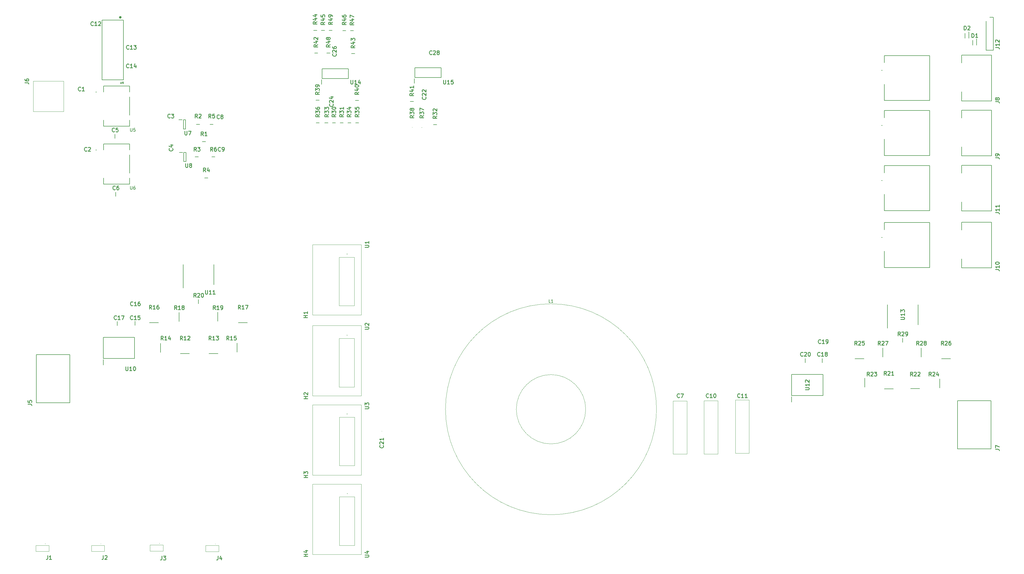
<source format=gbr>
%TF.GenerationSoftware,KiCad,Pcbnew,(6.0.10)*%
%TF.CreationDate,2023-03-07T15:46:30-03:00*%
%TF.ProjectId,PCB_Hbridge,5043425f-4862-4726-9964-67652e6b6963,rev?*%
%TF.SameCoordinates,Original*%
%TF.FileFunction,Legend,Top*%
%TF.FilePolarity,Positive*%
%FSLAX46Y46*%
G04 Gerber Fmt 4.6, Leading zero omitted, Abs format (unit mm)*
G04 Created by KiCad (PCBNEW (6.0.10)) date 2023-03-07 15:46:30*
%MOMM*%
%LPD*%
G01*
G04 APERTURE LIST*
%ADD10C,0.254000*%
%ADD11C,0.150000*%
%ADD12C,0.200000*%
%ADD13C,0.100000*%
%ADD14C,0.127000*%
%ADD15C,0.400000*%
%ADD16C,0.120000*%
G04 APERTURE END LIST*
D10*
%TO.C,U10*%
X62689619Y-145354523D02*
X62689619Y-146382619D01*
X62750095Y-146503571D01*
X62810571Y-146564047D01*
X62931523Y-146624523D01*
X63173428Y-146624523D01*
X63294380Y-146564047D01*
X63354857Y-146503571D01*
X63415333Y-146382619D01*
X63415333Y-145354523D01*
X64685333Y-146624523D02*
X63959619Y-146624523D01*
X64322476Y-146624523D02*
X64322476Y-145354523D01*
X64201523Y-145535952D01*
X64080571Y-145656904D01*
X63959619Y-145717380D01*
X65471523Y-145354523D02*
X65592476Y-145354523D01*
X65713428Y-145415000D01*
X65773904Y-145475476D01*
X65834380Y-145596428D01*
X65894857Y-145838333D01*
X65894857Y-146140714D01*
X65834380Y-146382619D01*
X65773904Y-146503571D01*
X65713428Y-146564047D01*
X65592476Y-146624523D01*
X65471523Y-146624523D01*
X65350571Y-146564047D01*
X65290095Y-146503571D01*
X65229619Y-146382619D01*
X65169142Y-146140714D01*
X65169142Y-145838333D01*
X65229619Y-145596428D01*
X65290095Y-145475476D01*
X65350571Y-145415000D01*
X65471523Y-145354523D01*
%TO.C,R20*%
X85797571Y-122494523D02*
X85374238Y-121889761D01*
X85071857Y-122494523D02*
X85071857Y-121224523D01*
X85555666Y-121224523D01*
X85676619Y-121285000D01*
X85737095Y-121345476D01*
X85797571Y-121466428D01*
X85797571Y-121647857D01*
X85737095Y-121768809D01*
X85676619Y-121829285D01*
X85555666Y-121889761D01*
X85071857Y-121889761D01*
X86281380Y-121345476D02*
X86341857Y-121285000D01*
X86462809Y-121224523D01*
X86765190Y-121224523D01*
X86886142Y-121285000D01*
X86946619Y-121345476D01*
X87007095Y-121466428D01*
X87007095Y-121587380D01*
X86946619Y-121768809D01*
X86220904Y-122494523D01*
X87007095Y-122494523D01*
X87793285Y-121224523D02*
X87914238Y-121224523D01*
X88035190Y-121285000D01*
X88095666Y-121345476D01*
X88156142Y-121466428D01*
X88216619Y-121708333D01*
X88216619Y-122010714D01*
X88156142Y-122252619D01*
X88095666Y-122373571D01*
X88035190Y-122434047D01*
X87914238Y-122494523D01*
X87793285Y-122494523D01*
X87672333Y-122434047D01*
X87611857Y-122373571D01*
X87551380Y-122252619D01*
X87490904Y-122010714D01*
X87490904Y-121708333D01*
X87551380Y-121466428D01*
X87611857Y-121345476D01*
X87672333Y-121285000D01*
X87793285Y-121224523D01*
%TO.C,R39*%
X126304523Y-55064228D02*
X125699761Y-55487561D01*
X126304523Y-55789942D02*
X125034523Y-55789942D01*
X125034523Y-55306133D01*
X125095000Y-55185180D01*
X125155476Y-55124704D01*
X125276428Y-55064228D01*
X125457857Y-55064228D01*
X125578809Y-55124704D01*
X125639285Y-55185180D01*
X125699761Y-55306133D01*
X125699761Y-55789942D01*
X125034523Y-54640895D02*
X125034523Y-53854704D01*
X125518333Y-54278038D01*
X125518333Y-54096609D01*
X125578809Y-53975657D01*
X125639285Y-53915180D01*
X125760238Y-53854704D01*
X126062619Y-53854704D01*
X126183571Y-53915180D01*
X126244047Y-53975657D01*
X126304523Y-54096609D01*
X126304523Y-54459466D01*
X126244047Y-54580419D01*
X126183571Y-54640895D01*
X126304523Y-53249942D02*
X126304523Y-53008038D01*
X126244047Y-52887085D01*
X126183571Y-52826609D01*
X126002142Y-52705657D01*
X125760238Y-52645180D01*
X125276428Y-52645180D01*
X125155476Y-52705657D01*
X125095000Y-52766133D01*
X125034523Y-52887085D01*
X125034523Y-53128990D01*
X125095000Y-53249942D01*
X125155476Y-53310419D01*
X125276428Y-53370895D01*
X125578809Y-53370895D01*
X125699761Y-53310419D01*
X125760238Y-53249942D01*
X125820714Y-53128990D01*
X125820714Y-52887085D01*
X125760238Y-52766133D01*
X125699761Y-52705657D01*
X125578809Y-52645180D01*
%TO.C,J12*%
X348427523Y-40398095D02*
X349334666Y-40398095D01*
X349516095Y-40458571D01*
X349637047Y-40579523D01*
X349697523Y-40760952D01*
X349697523Y-40881904D01*
X349697523Y-39128095D02*
X349697523Y-39853809D01*
X349697523Y-39490952D02*
X348427523Y-39490952D01*
X348608952Y-39611904D01*
X348729904Y-39732857D01*
X348790380Y-39853809D01*
X348548476Y-38644285D02*
X348488000Y-38583809D01*
X348427523Y-38462857D01*
X348427523Y-38160476D01*
X348488000Y-38039523D01*
X348548476Y-37979047D01*
X348669428Y-37918571D01*
X348790380Y-37918571D01*
X348971809Y-37979047D01*
X349697523Y-38704761D01*
X349697523Y-37918571D01*
%TO.C,D2*%
X338152619Y-34610523D02*
X338152619Y-33340523D01*
X338455000Y-33340523D01*
X338636428Y-33401000D01*
X338757380Y-33521952D01*
X338817857Y-33642904D01*
X338878333Y-33884809D01*
X338878333Y-34066238D01*
X338817857Y-34308142D01*
X338757380Y-34429095D01*
X338636428Y-34550047D01*
X338455000Y-34610523D01*
X338152619Y-34610523D01*
X339362142Y-33461476D02*
X339422619Y-33401000D01*
X339543571Y-33340523D01*
X339845952Y-33340523D01*
X339966904Y-33401000D01*
X340027380Y-33461476D01*
X340087857Y-33582428D01*
X340087857Y-33703380D01*
X340027380Y-33884809D01*
X339301666Y-34610523D01*
X340087857Y-34610523D01*
%TO.C,C9*%
X93822333Y-74367571D02*
X93761857Y-74428047D01*
X93580428Y-74488523D01*
X93459476Y-74488523D01*
X93278047Y-74428047D01*
X93157095Y-74307095D01*
X93096619Y-74186142D01*
X93036142Y-73944238D01*
X93036142Y-73762809D01*
X93096619Y-73520904D01*
X93157095Y-73399952D01*
X93278047Y-73279000D01*
X93459476Y-73218523D01*
X93580428Y-73218523D01*
X93761857Y-73279000D01*
X93822333Y-73339476D01*
X94427095Y-74488523D02*
X94669000Y-74488523D01*
X94789952Y-74428047D01*
X94850428Y-74367571D01*
X94971380Y-74186142D01*
X95031857Y-73944238D01*
X95031857Y-73460428D01*
X94971380Y-73339476D01*
X94910904Y-73279000D01*
X94789952Y-73218523D01*
X94548047Y-73218523D01*
X94427095Y-73279000D01*
X94366619Y-73339476D01*
X94306142Y-73460428D01*
X94306142Y-73762809D01*
X94366619Y-73883761D01*
X94427095Y-73944238D01*
X94548047Y-74004714D01*
X94789952Y-74004714D01*
X94910904Y-73944238D01*
X94971380Y-73883761D01*
X95031857Y-73762809D01*
%TO.C,C20*%
X285187571Y-141779171D02*
X285127095Y-141839647D01*
X284945666Y-141900123D01*
X284824714Y-141900123D01*
X284643285Y-141839647D01*
X284522333Y-141718695D01*
X284461857Y-141597742D01*
X284401380Y-141355838D01*
X284401380Y-141174409D01*
X284461857Y-140932504D01*
X284522333Y-140811552D01*
X284643285Y-140690600D01*
X284824714Y-140630123D01*
X284945666Y-140630123D01*
X285127095Y-140690600D01*
X285187571Y-140751076D01*
X285671380Y-140751076D02*
X285731857Y-140690600D01*
X285852809Y-140630123D01*
X286155190Y-140630123D01*
X286276142Y-140690600D01*
X286336619Y-140751076D01*
X286397095Y-140872028D01*
X286397095Y-140992980D01*
X286336619Y-141174409D01*
X285610904Y-141900123D01*
X286397095Y-141900123D01*
X287183285Y-140630123D02*
X287304238Y-140630123D01*
X287425190Y-140690600D01*
X287485666Y-140751076D01*
X287546142Y-140872028D01*
X287606619Y-141113933D01*
X287606619Y-141416314D01*
X287546142Y-141658219D01*
X287485666Y-141779171D01*
X287425190Y-141839647D01*
X287304238Y-141900123D01*
X287183285Y-141900123D01*
X287062333Y-141839647D01*
X287001857Y-141779171D01*
X286941380Y-141658219D01*
X286880904Y-141416314D01*
X286880904Y-141113933D01*
X286941380Y-140872028D01*
X287001857Y-140751076D01*
X287062333Y-140690600D01*
X287183285Y-140630123D01*
%TO.C,D1*%
X340692619Y-37112523D02*
X340692619Y-35842523D01*
X340995000Y-35842523D01*
X341176428Y-35903000D01*
X341297380Y-36023952D01*
X341357857Y-36144904D01*
X341418333Y-36386809D01*
X341418333Y-36568238D01*
X341357857Y-36810142D01*
X341297380Y-36931095D01*
X341176428Y-37052047D01*
X340995000Y-37112523D01*
X340692619Y-37112523D01*
X342627857Y-37112523D02*
X341902142Y-37112523D01*
X342265000Y-37112523D02*
X342265000Y-35842523D01*
X342144047Y-36023952D01*
X342023095Y-36144904D01*
X341902142Y-36205380D01*
%TO.C,R16*%
X71192571Y-126431523D02*
X70769238Y-125826761D01*
X70466857Y-126431523D02*
X70466857Y-125161523D01*
X70950666Y-125161523D01*
X71071619Y-125222000D01*
X71132095Y-125282476D01*
X71192571Y-125403428D01*
X71192571Y-125584857D01*
X71132095Y-125705809D01*
X71071619Y-125766285D01*
X70950666Y-125826761D01*
X70466857Y-125826761D01*
X72402095Y-126431523D02*
X71676380Y-126431523D01*
X72039238Y-126431523D02*
X72039238Y-125161523D01*
X71918285Y-125342952D01*
X71797333Y-125463904D01*
X71676380Y-125524380D01*
X73490666Y-125161523D02*
X73248761Y-125161523D01*
X73127809Y-125222000D01*
X73067333Y-125282476D01*
X72946380Y-125463904D01*
X72885904Y-125705809D01*
X72885904Y-126189619D01*
X72946380Y-126310571D01*
X73006857Y-126371047D01*
X73127809Y-126431523D01*
X73369714Y-126431523D01*
X73490666Y-126371047D01*
X73551142Y-126310571D01*
X73611619Y-126189619D01*
X73611619Y-125887238D01*
X73551142Y-125766285D01*
X73490666Y-125705809D01*
X73369714Y-125645333D01*
X73127809Y-125645333D01*
X73006857Y-125705809D01*
X72946380Y-125766285D01*
X72885904Y-125887238D01*
%TO.C,C4*%
X78044571Y-73617666D02*
X78105047Y-73678142D01*
X78165523Y-73859571D01*
X78165523Y-73980523D01*
X78105047Y-74161952D01*
X77984095Y-74282904D01*
X77863142Y-74343380D01*
X77621238Y-74403857D01*
X77439809Y-74403857D01*
X77197904Y-74343380D01*
X77076952Y-74282904D01*
X76956000Y-74161952D01*
X76895523Y-73980523D01*
X76895523Y-73859571D01*
X76956000Y-73678142D01*
X77016476Y-73617666D01*
X77318857Y-72529095D02*
X78165523Y-72529095D01*
X76835047Y-72831476D02*
X77742190Y-73133857D01*
X77742190Y-72347666D01*
%TO.C,C12*%
X52015571Y-33111971D02*
X51955095Y-33172447D01*
X51773666Y-33232923D01*
X51652714Y-33232923D01*
X51471285Y-33172447D01*
X51350333Y-33051495D01*
X51289857Y-32930542D01*
X51229380Y-32688638D01*
X51229380Y-32507209D01*
X51289857Y-32265304D01*
X51350333Y-32144352D01*
X51471285Y-32023400D01*
X51652714Y-31962923D01*
X51773666Y-31962923D01*
X51955095Y-32023400D01*
X52015571Y-32083876D01*
X53225095Y-33232923D02*
X52499380Y-33232923D01*
X52862238Y-33232923D02*
X52862238Y-31962923D01*
X52741285Y-32144352D01*
X52620333Y-32265304D01*
X52499380Y-32325780D01*
X53708904Y-32083876D02*
X53769380Y-32023400D01*
X53890333Y-31962923D01*
X54192714Y-31962923D01*
X54313666Y-32023400D01*
X54374142Y-32083876D01*
X54434619Y-32204828D01*
X54434619Y-32325780D01*
X54374142Y-32507209D01*
X53648428Y-33232923D01*
X54434619Y-33232923D01*
%TO.C,U7*%
X82090380Y-67884523D02*
X82090380Y-68912619D01*
X82150857Y-69033571D01*
X82211333Y-69094047D01*
X82332285Y-69154523D01*
X82574190Y-69154523D01*
X82695142Y-69094047D01*
X82755619Y-69033571D01*
X82816095Y-68912619D01*
X82816095Y-67884523D01*
X83299904Y-67884523D02*
X84146571Y-67884523D01*
X83602285Y-69154523D01*
%TO.C,J6*%
X29530523Y-51985333D02*
X30437666Y-51985333D01*
X30619095Y-52045809D01*
X30740047Y-52166761D01*
X30800523Y-52348190D01*
X30800523Y-52469142D01*
X29530523Y-50836285D02*
X29530523Y-51078190D01*
X29591000Y-51199142D01*
X29651476Y-51259619D01*
X29832904Y-51380571D01*
X30074809Y-51441047D01*
X30558619Y-51441047D01*
X30679571Y-51380571D01*
X30740047Y-51320095D01*
X30800523Y-51199142D01*
X30800523Y-50957238D01*
X30740047Y-50836285D01*
X30679571Y-50775809D01*
X30558619Y-50715333D01*
X30256238Y-50715333D01*
X30135285Y-50775809D01*
X30074809Y-50836285D01*
X30014333Y-50957238D01*
X30014333Y-51199142D01*
X30074809Y-51320095D01*
X30135285Y-51380571D01*
X30256238Y-51441047D01*
%TO.C,R30*%
X131689323Y-62430228D02*
X131084561Y-62853561D01*
X131689323Y-63155942D02*
X130419323Y-63155942D01*
X130419323Y-62672133D01*
X130479800Y-62551180D01*
X130540276Y-62490704D01*
X130661228Y-62430228D01*
X130842657Y-62430228D01*
X130963609Y-62490704D01*
X131024085Y-62551180D01*
X131084561Y-62672133D01*
X131084561Y-63155942D01*
X130419323Y-62006895D02*
X130419323Y-61220704D01*
X130903133Y-61644038D01*
X130903133Y-61462609D01*
X130963609Y-61341657D01*
X131024085Y-61281180D01*
X131145038Y-61220704D01*
X131447419Y-61220704D01*
X131568371Y-61281180D01*
X131628847Y-61341657D01*
X131689323Y-61462609D01*
X131689323Y-61825466D01*
X131628847Y-61946419D01*
X131568371Y-62006895D01*
X130419323Y-60434514D02*
X130419323Y-60313561D01*
X130479800Y-60192609D01*
X130540276Y-60132133D01*
X130661228Y-60071657D01*
X130903133Y-60011180D01*
X131205514Y-60011180D01*
X131447419Y-60071657D01*
X131568371Y-60132133D01*
X131628847Y-60192609D01*
X131689323Y-60313561D01*
X131689323Y-60434514D01*
X131628847Y-60555466D01*
X131568371Y-60615942D01*
X131447419Y-60676419D01*
X131205514Y-60736895D01*
X130903133Y-60736895D01*
X130661228Y-60676419D01*
X130540276Y-60615942D01*
X130479800Y-60555466D01*
X130419323Y-60434514D01*
D11*
%TO.C,U5*%
X64262095Y-67016380D02*
X64262095Y-67825904D01*
X64309714Y-67921142D01*
X64357333Y-67968761D01*
X64452571Y-68016380D01*
X64643047Y-68016380D01*
X64738285Y-67968761D01*
X64785904Y-67921142D01*
X64833523Y-67825904D01*
X64833523Y-67016380D01*
X65785904Y-67016380D02*
X65309714Y-67016380D01*
X65262095Y-67492571D01*
X65309714Y-67444952D01*
X65404952Y-67397333D01*
X65643047Y-67397333D01*
X65738285Y-67444952D01*
X65785904Y-67492571D01*
X65833523Y-67587809D01*
X65833523Y-67825904D01*
X65785904Y-67921142D01*
X65738285Y-67968761D01*
X65643047Y-68016380D01*
X65404952Y-68016380D01*
X65309714Y-67968761D01*
X65262095Y-67921142D01*
D10*
%TO.C,U4*%
X141290523Y-207977619D02*
X142318619Y-207977619D01*
X142439571Y-207917142D01*
X142500047Y-207856666D01*
X142560523Y-207735714D01*
X142560523Y-207493809D01*
X142500047Y-207372857D01*
X142439571Y-207312380D01*
X142318619Y-207251904D01*
X141290523Y-207251904D01*
X141713857Y-206102857D02*
X142560523Y-206102857D01*
X141230047Y-206405238D02*
X142137190Y-206707619D01*
X142137190Y-205921428D01*
%TO.C,R40*%
X139258523Y-55130228D02*
X138653761Y-55553561D01*
X139258523Y-55855942D02*
X137988523Y-55855942D01*
X137988523Y-55372133D01*
X138049000Y-55251180D01*
X138109476Y-55190704D01*
X138230428Y-55130228D01*
X138411857Y-55130228D01*
X138532809Y-55190704D01*
X138593285Y-55251180D01*
X138653761Y-55372133D01*
X138653761Y-55855942D01*
X138411857Y-54041657D02*
X139258523Y-54041657D01*
X137928047Y-54344038D02*
X138835190Y-54646419D01*
X138835190Y-53860228D01*
X137988523Y-53134514D02*
X137988523Y-53013561D01*
X138049000Y-52892609D01*
X138109476Y-52832133D01*
X138230428Y-52771657D01*
X138472333Y-52711180D01*
X138774714Y-52711180D01*
X139016619Y-52771657D01*
X139137571Y-52832133D01*
X139198047Y-52892609D01*
X139258523Y-53013561D01*
X139258523Y-53134514D01*
X139198047Y-53255466D01*
X139137571Y-53315942D01*
X139016619Y-53376419D01*
X138774714Y-53436895D01*
X138472333Y-53436895D01*
X138230428Y-53376419D01*
X138109476Y-53315942D01*
X138049000Y-53255466D01*
X137988523Y-53134514D01*
%TO.C,R22*%
X321255571Y-148402523D02*
X320832238Y-147797761D01*
X320529857Y-148402523D02*
X320529857Y-147132523D01*
X321013666Y-147132523D01*
X321134619Y-147193000D01*
X321195095Y-147253476D01*
X321255571Y-147374428D01*
X321255571Y-147555857D01*
X321195095Y-147676809D01*
X321134619Y-147737285D01*
X321013666Y-147797761D01*
X320529857Y-147797761D01*
X321739380Y-147253476D02*
X321799857Y-147193000D01*
X321920809Y-147132523D01*
X322223190Y-147132523D01*
X322344142Y-147193000D01*
X322404619Y-147253476D01*
X322465095Y-147374428D01*
X322465095Y-147495380D01*
X322404619Y-147676809D01*
X321678904Y-148402523D01*
X322465095Y-148402523D01*
X322948904Y-147253476D02*
X323009380Y-147193000D01*
X323130333Y-147132523D01*
X323432714Y-147132523D01*
X323553666Y-147193000D01*
X323614142Y-147253476D01*
X323674619Y-147374428D01*
X323674619Y-147495380D01*
X323614142Y-147676809D01*
X322888428Y-148402523D01*
X323674619Y-148402523D01*
%TO.C,C28*%
X163267571Y-42617571D02*
X163207095Y-42678047D01*
X163025666Y-42738523D01*
X162904714Y-42738523D01*
X162723285Y-42678047D01*
X162602333Y-42557095D01*
X162541857Y-42436142D01*
X162481380Y-42194238D01*
X162481380Y-42012809D01*
X162541857Y-41770904D01*
X162602333Y-41649952D01*
X162723285Y-41529000D01*
X162904714Y-41468523D01*
X163025666Y-41468523D01*
X163207095Y-41529000D01*
X163267571Y-41589476D01*
X163751380Y-41589476D02*
X163811857Y-41529000D01*
X163932809Y-41468523D01*
X164235190Y-41468523D01*
X164356142Y-41529000D01*
X164416619Y-41589476D01*
X164477095Y-41710428D01*
X164477095Y-41831380D01*
X164416619Y-42012809D01*
X163690904Y-42738523D01*
X164477095Y-42738523D01*
X165202809Y-42012809D02*
X165081857Y-41952333D01*
X165021380Y-41891857D01*
X164960904Y-41770904D01*
X164960904Y-41710428D01*
X165021380Y-41589476D01*
X165081857Y-41529000D01*
X165202809Y-41468523D01*
X165444714Y-41468523D01*
X165565666Y-41529000D01*
X165626142Y-41589476D01*
X165686619Y-41710428D01*
X165686619Y-41770904D01*
X165626142Y-41891857D01*
X165565666Y-41952333D01*
X165444714Y-42012809D01*
X165202809Y-42012809D01*
X165081857Y-42073285D01*
X165021380Y-42133761D01*
X164960904Y-42254714D01*
X164960904Y-42496619D01*
X165021380Y-42617571D01*
X165081857Y-42678047D01*
X165202809Y-42738523D01*
X165444714Y-42738523D01*
X165565666Y-42678047D01*
X165626142Y-42617571D01*
X165686619Y-42496619D01*
X165686619Y-42254714D01*
X165626142Y-42133761D01*
X165565666Y-42073285D01*
X165444714Y-42012809D01*
%TO.C,C3*%
X77258333Y-63445571D02*
X77197857Y-63506047D01*
X77016428Y-63566523D01*
X76895476Y-63566523D01*
X76714047Y-63506047D01*
X76593095Y-63385095D01*
X76532619Y-63264142D01*
X76472142Y-63022238D01*
X76472142Y-62840809D01*
X76532619Y-62598904D01*
X76593095Y-62477952D01*
X76714047Y-62357000D01*
X76895476Y-62296523D01*
X77016428Y-62296523D01*
X77197857Y-62357000D01*
X77258333Y-62417476D01*
X77681666Y-62296523D02*
X78467857Y-62296523D01*
X78044523Y-62780333D01*
X78225952Y-62780333D01*
X78346904Y-62840809D01*
X78407380Y-62901285D01*
X78467857Y-63022238D01*
X78467857Y-63324619D01*
X78407380Y-63445571D01*
X78346904Y-63506047D01*
X78225952Y-63566523D01*
X77863095Y-63566523D01*
X77742142Y-63506047D01*
X77681666Y-63445571D01*
%TO.C,C11*%
X264486571Y-155393571D02*
X264426095Y-155454047D01*
X264244666Y-155514523D01*
X264123714Y-155514523D01*
X263942285Y-155454047D01*
X263821333Y-155333095D01*
X263760857Y-155212142D01*
X263700380Y-154970238D01*
X263700380Y-154788809D01*
X263760857Y-154546904D01*
X263821333Y-154425952D01*
X263942285Y-154305000D01*
X264123714Y-154244523D01*
X264244666Y-154244523D01*
X264426095Y-154305000D01*
X264486571Y-154365476D01*
X265696095Y-155514523D02*
X264970380Y-155514523D01*
X265333238Y-155514523D02*
X265333238Y-154244523D01*
X265212285Y-154425952D01*
X265091333Y-154546904D01*
X264970380Y-154607380D01*
X266905619Y-155514523D02*
X266179904Y-155514523D01*
X266542761Y-155514523D02*
X266542761Y-154244523D01*
X266421809Y-154425952D01*
X266300857Y-154546904D01*
X266179904Y-154607380D01*
%TO.C,U3*%
X141290523Y-159209619D02*
X142318619Y-159209619D01*
X142439571Y-159149142D01*
X142500047Y-159088666D01*
X142560523Y-158967714D01*
X142560523Y-158725809D01*
X142500047Y-158604857D01*
X142439571Y-158544380D01*
X142318619Y-158483904D01*
X141290523Y-158483904D01*
X141290523Y-158000095D02*
X141290523Y-157213904D01*
X141774333Y-157637238D01*
X141774333Y-157455809D01*
X141834809Y-157334857D01*
X141895285Y-157274380D01*
X142016238Y-157213904D01*
X142318619Y-157213904D01*
X142439571Y-157274380D01*
X142500047Y-157334857D01*
X142560523Y-157455809D01*
X142560523Y-157818666D01*
X142500047Y-157939619D01*
X142439571Y-158000095D01*
%TO.C,U8*%
X82344380Y-78552523D02*
X82344380Y-79580619D01*
X82404857Y-79701571D01*
X82465333Y-79762047D01*
X82586285Y-79822523D01*
X82828190Y-79822523D01*
X82949142Y-79762047D01*
X83009619Y-79701571D01*
X83070095Y-79580619D01*
X83070095Y-78552523D01*
X83856285Y-79096809D02*
X83735333Y-79036333D01*
X83674857Y-78975857D01*
X83614380Y-78854904D01*
X83614380Y-78794428D01*
X83674857Y-78673476D01*
X83735333Y-78613000D01*
X83856285Y-78552523D01*
X84098190Y-78552523D01*
X84219142Y-78613000D01*
X84279619Y-78673476D01*
X84340095Y-78794428D01*
X84340095Y-78854904D01*
X84279619Y-78975857D01*
X84219142Y-79036333D01*
X84098190Y-79096809D01*
X83856285Y-79096809D01*
X83735333Y-79157285D01*
X83674857Y-79217761D01*
X83614380Y-79338714D01*
X83614380Y-79580619D01*
X83674857Y-79701571D01*
X83735333Y-79762047D01*
X83856285Y-79822523D01*
X84098190Y-79822523D01*
X84219142Y-79762047D01*
X84279619Y-79701571D01*
X84340095Y-79580619D01*
X84340095Y-79338714D01*
X84279619Y-79217761D01*
X84219142Y-79157285D01*
X84098190Y-79096809D01*
%TO.C,R21*%
X312619571Y-148148523D02*
X312196238Y-147543761D01*
X311893857Y-148148523D02*
X311893857Y-146878523D01*
X312377666Y-146878523D01*
X312498619Y-146939000D01*
X312559095Y-146999476D01*
X312619571Y-147120428D01*
X312619571Y-147301857D01*
X312559095Y-147422809D01*
X312498619Y-147483285D01*
X312377666Y-147543761D01*
X311893857Y-147543761D01*
X313103380Y-146999476D02*
X313163857Y-146939000D01*
X313284809Y-146878523D01*
X313587190Y-146878523D01*
X313708142Y-146939000D01*
X313768619Y-146999476D01*
X313829095Y-147120428D01*
X313829095Y-147241380D01*
X313768619Y-147422809D01*
X313042904Y-148148523D01*
X313829095Y-148148523D01*
X315038619Y-148148523D02*
X314312904Y-148148523D01*
X314675761Y-148148523D02*
X314675761Y-146878523D01*
X314554809Y-147059952D01*
X314433857Y-147180904D01*
X314312904Y-147241380D01*
%TO.C,R44*%
X125491723Y-31937228D02*
X124886961Y-32360561D01*
X125491723Y-32662942D02*
X124221723Y-32662942D01*
X124221723Y-32179133D01*
X124282200Y-32058180D01*
X124342676Y-31997704D01*
X124463628Y-31937228D01*
X124645057Y-31937228D01*
X124766009Y-31997704D01*
X124826485Y-32058180D01*
X124886961Y-32179133D01*
X124886961Y-32662942D01*
X124645057Y-30848657D02*
X125491723Y-30848657D01*
X124161247Y-31151038D02*
X125068390Y-31453419D01*
X125068390Y-30667228D01*
X124645057Y-29639133D02*
X125491723Y-29639133D01*
X124161247Y-29941514D02*
X125068390Y-30243895D01*
X125068390Y-29457704D01*
%TO.C,H4*%
X122494523Y-207723619D02*
X121224523Y-207723619D01*
X121829285Y-207723619D02*
X121829285Y-206997904D01*
X122494523Y-206997904D02*
X121224523Y-206997904D01*
X121647857Y-205848857D02*
X122494523Y-205848857D01*
X121164047Y-206151238D02*
X122071190Y-206453619D01*
X122071190Y-205667428D01*
%TO.C,U1*%
X141290523Y-106123619D02*
X142318619Y-106123619D01*
X142439571Y-106063142D01*
X142500047Y-106002666D01*
X142560523Y-105881714D01*
X142560523Y-105639809D01*
X142500047Y-105518857D01*
X142439571Y-105458380D01*
X142318619Y-105397904D01*
X141290523Y-105397904D01*
X142560523Y-104127904D02*
X142560523Y-104853619D01*
X142560523Y-104490761D02*
X141290523Y-104490761D01*
X141471952Y-104611714D01*
X141592904Y-104732666D01*
X141653380Y-104853619D01*
%TO.C,R48*%
X129860523Y-39490428D02*
X129255761Y-39913761D01*
X129860523Y-40216142D02*
X128590523Y-40216142D01*
X128590523Y-39732333D01*
X128651000Y-39611380D01*
X128711476Y-39550904D01*
X128832428Y-39490428D01*
X129013857Y-39490428D01*
X129134809Y-39550904D01*
X129195285Y-39611380D01*
X129255761Y-39732333D01*
X129255761Y-40216142D01*
X129013857Y-38401857D02*
X129860523Y-38401857D01*
X128530047Y-38704238D02*
X129437190Y-39006619D01*
X129437190Y-38220428D01*
X129134809Y-37555190D02*
X129074333Y-37676142D01*
X129013857Y-37736619D01*
X128892904Y-37797095D01*
X128832428Y-37797095D01*
X128711476Y-37736619D01*
X128651000Y-37676142D01*
X128590523Y-37555190D01*
X128590523Y-37313285D01*
X128651000Y-37192333D01*
X128711476Y-37131857D01*
X128832428Y-37071380D01*
X128892904Y-37071380D01*
X129013857Y-37131857D01*
X129074333Y-37192333D01*
X129134809Y-37313285D01*
X129134809Y-37555190D01*
X129195285Y-37676142D01*
X129255761Y-37736619D01*
X129376714Y-37797095D01*
X129618619Y-37797095D01*
X129739571Y-37736619D01*
X129800047Y-37676142D01*
X129860523Y-37555190D01*
X129860523Y-37313285D01*
X129800047Y-37192333D01*
X129739571Y-37131857D01*
X129618619Y-37071380D01*
X129376714Y-37071380D01*
X129255761Y-37131857D01*
X129195285Y-37192333D01*
X129134809Y-37313285D01*
%TO.C,R25*%
X302967571Y-138242523D02*
X302544238Y-137637761D01*
X302241857Y-138242523D02*
X302241857Y-136972523D01*
X302725666Y-136972523D01*
X302846619Y-137033000D01*
X302907095Y-137093476D01*
X302967571Y-137214428D01*
X302967571Y-137395857D01*
X302907095Y-137516809D01*
X302846619Y-137577285D01*
X302725666Y-137637761D01*
X302241857Y-137637761D01*
X303451380Y-137093476D02*
X303511857Y-137033000D01*
X303632809Y-136972523D01*
X303935190Y-136972523D01*
X304056142Y-137033000D01*
X304116619Y-137093476D01*
X304177095Y-137214428D01*
X304177095Y-137335380D01*
X304116619Y-137516809D01*
X303390904Y-138242523D01*
X304177095Y-138242523D01*
X305326142Y-136972523D02*
X304721380Y-136972523D01*
X304660904Y-137577285D01*
X304721380Y-137516809D01*
X304842333Y-137456333D01*
X305144714Y-137456333D01*
X305265666Y-137516809D01*
X305326142Y-137577285D01*
X305386619Y-137698238D01*
X305386619Y-138000619D01*
X305326142Y-138121571D01*
X305265666Y-138182047D01*
X305144714Y-138242523D01*
X304842333Y-138242523D01*
X304721380Y-138182047D01*
X304660904Y-138121571D01*
%TO.C,R4*%
X88942333Y-81288523D02*
X88519000Y-80683761D01*
X88216619Y-81288523D02*
X88216619Y-80018523D01*
X88700428Y-80018523D01*
X88821380Y-80079000D01*
X88881857Y-80139476D01*
X88942333Y-80260428D01*
X88942333Y-80441857D01*
X88881857Y-80562809D01*
X88821380Y-80623285D01*
X88700428Y-80683761D01*
X88216619Y-80683761D01*
X90030904Y-80441857D02*
X90030904Y-81288523D01*
X89728523Y-79958047D02*
X89426142Y-80865190D01*
X90212333Y-80865190D01*
%TO.C,C8*%
X93433533Y-63699571D02*
X93373057Y-63760047D01*
X93191628Y-63820523D01*
X93070676Y-63820523D01*
X92889247Y-63760047D01*
X92768295Y-63639095D01*
X92707819Y-63518142D01*
X92647342Y-63276238D01*
X92647342Y-63094809D01*
X92707819Y-62852904D01*
X92768295Y-62731952D01*
X92889247Y-62611000D01*
X93070676Y-62550523D01*
X93191628Y-62550523D01*
X93373057Y-62611000D01*
X93433533Y-62671476D01*
X94159247Y-63094809D02*
X94038295Y-63034333D01*
X93977819Y-62973857D01*
X93917342Y-62852904D01*
X93917342Y-62792428D01*
X93977819Y-62671476D01*
X94038295Y-62611000D01*
X94159247Y-62550523D01*
X94401152Y-62550523D01*
X94522104Y-62611000D01*
X94582580Y-62671476D01*
X94643057Y-62792428D01*
X94643057Y-62852904D01*
X94582580Y-62973857D01*
X94522104Y-63034333D01*
X94401152Y-63094809D01*
X94159247Y-63094809D01*
X94038295Y-63155285D01*
X93977819Y-63215761D01*
X93917342Y-63336714D01*
X93917342Y-63578619D01*
X93977819Y-63699571D01*
X94038295Y-63760047D01*
X94159247Y-63820523D01*
X94401152Y-63820523D01*
X94522104Y-63760047D01*
X94582580Y-63699571D01*
X94643057Y-63578619D01*
X94643057Y-63336714D01*
X94582580Y-63215761D01*
X94522104Y-63155285D01*
X94401152Y-63094809D01*
%TO.C,R18*%
X79447571Y-126558523D02*
X79024238Y-125953761D01*
X78721857Y-126558523D02*
X78721857Y-125288523D01*
X79205666Y-125288523D01*
X79326619Y-125349000D01*
X79387095Y-125409476D01*
X79447571Y-125530428D01*
X79447571Y-125711857D01*
X79387095Y-125832809D01*
X79326619Y-125893285D01*
X79205666Y-125953761D01*
X78721857Y-125953761D01*
X80657095Y-126558523D02*
X79931380Y-126558523D01*
X80294238Y-126558523D02*
X80294238Y-125288523D01*
X80173285Y-125469952D01*
X80052333Y-125590904D01*
X79931380Y-125651380D01*
X81382809Y-125832809D02*
X81261857Y-125772333D01*
X81201380Y-125711857D01*
X81140904Y-125590904D01*
X81140904Y-125530428D01*
X81201380Y-125409476D01*
X81261857Y-125349000D01*
X81382809Y-125288523D01*
X81624714Y-125288523D01*
X81745666Y-125349000D01*
X81806142Y-125409476D01*
X81866619Y-125530428D01*
X81866619Y-125590904D01*
X81806142Y-125711857D01*
X81745666Y-125772333D01*
X81624714Y-125832809D01*
X81382809Y-125832809D01*
X81261857Y-125893285D01*
X81201380Y-125953761D01*
X81140904Y-126074714D01*
X81140904Y-126316619D01*
X81201380Y-126437571D01*
X81261857Y-126498047D01*
X81382809Y-126558523D01*
X81624714Y-126558523D01*
X81745666Y-126498047D01*
X81806142Y-126437571D01*
X81866619Y-126316619D01*
X81866619Y-126074714D01*
X81806142Y-125953761D01*
X81745666Y-125893285D01*
X81624714Y-125832809D01*
%TO.C,C16*%
X65020371Y-125167571D02*
X64959895Y-125228047D01*
X64778466Y-125288523D01*
X64657514Y-125288523D01*
X64476085Y-125228047D01*
X64355133Y-125107095D01*
X64294657Y-124986142D01*
X64234180Y-124744238D01*
X64234180Y-124562809D01*
X64294657Y-124320904D01*
X64355133Y-124199952D01*
X64476085Y-124079000D01*
X64657514Y-124018523D01*
X64778466Y-124018523D01*
X64959895Y-124079000D01*
X65020371Y-124139476D01*
X66229895Y-125288523D02*
X65504180Y-125288523D01*
X65867038Y-125288523D02*
X65867038Y-124018523D01*
X65746085Y-124199952D01*
X65625133Y-124320904D01*
X65504180Y-124381380D01*
X67318466Y-124018523D02*
X67076561Y-124018523D01*
X66955609Y-124079000D01*
X66895133Y-124139476D01*
X66774180Y-124320904D01*
X66713704Y-124562809D01*
X66713704Y-125046619D01*
X66774180Y-125167571D01*
X66834657Y-125228047D01*
X66955609Y-125288523D01*
X67197514Y-125288523D01*
X67318466Y-125228047D01*
X67378942Y-125167571D01*
X67439419Y-125046619D01*
X67439419Y-124744238D01*
X67378942Y-124623285D01*
X67318466Y-124562809D01*
X67197514Y-124502333D01*
X66955609Y-124502333D01*
X66834657Y-124562809D01*
X66774180Y-124623285D01*
X66713704Y-124744238D01*
%TO.C,R5*%
X90690333Y-63566523D02*
X90267000Y-62961761D01*
X89964619Y-63566523D02*
X89964619Y-62296523D01*
X90448428Y-62296523D01*
X90569380Y-62357000D01*
X90629857Y-62417476D01*
X90690333Y-62538428D01*
X90690333Y-62719857D01*
X90629857Y-62840809D01*
X90569380Y-62901285D01*
X90448428Y-62961761D01*
X89964619Y-62961761D01*
X91839380Y-62296523D02*
X91234619Y-62296523D01*
X91174142Y-62901285D01*
X91234619Y-62840809D01*
X91355571Y-62780333D01*
X91657952Y-62780333D01*
X91778904Y-62840809D01*
X91839380Y-62901285D01*
X91899857Y-63022238D01*
X91899857Y-63324619D01*
X91839380Y-63445571D01*
X91778904Y-63506047D01*
X91657952Y-63566523D01*
X91355571Y-63566523D01*
X91234619Y-63506047D01*
X91174142Y-63445571D01*
%TO.C,R1*%
X88180333Y-69408523D02*
X87757000Y-68803761D01*
X87454619Y-69408523D02*
X87454619Y-68138523D01*
X87938428Y-68138523D01*
X88059380Y-68199000D01*
X88119857Y-68259476D01*
X88180333Y-68380428D01*
X88180333Y-68561857D01*
X88119857Y-68682809D01*
X88059380Y-68743285D01*
X87938428Y-68803761D01*
X87454619Y-68803761D01*
X89389857Y-69408523D02*
X88664142Y-69408523D01*
X89027000Y-69408523D02*
X89027000Y-68138523D01*
X88906047Y-68319952D01*
X88785095Y-68440904D01*
X88664142Y-68501380D01*
%TO.C,C5*%
X58970333Y-68017571D02*
X58909857Y-68078047D01*
X58728428Y-68138523D01*
X58607476Y-68138523D01*
X58426047Y-68078047D01*
X58305095Y-67957095D01*
X58244619Y-67836142D01*
X58184142Y-67594238D01*
X58184142Y-67412809D01*
X58244619Y-67170904D01*
X58305095Y-67049952D01*
X58426047Y-66929000D01*
X58607476Y-66868523D01*
X58728428Y-66868523D01*
X58909857Y-66929000D01*
X58970333Y-66989476D01*
X60119380Y-66868523D02*
X59514619Y-66868523D01*
X59454142Y-67473285D01*
X59514619Y-67412809D01*
X59635571Y-67352333D01*
X59937952Y-67352333D01*
X60058904Y-67412809D01*
X60119380Y-67473285D01*
X60179857Y-67594238D01*
X60179857Y-67896619D01*
X60119380Y-68017571D01*
X60058904Y-68078047D01*
X59937952Y-68138523D01*
X59635571Y-68138523D01*
X59514619Y-68078047D01*
X59454142Y-68017571D01*
%TO.C,C18*%
X290775571Y-141779171D02*
X290715095Y-141839647D01*
X290533666Y-141900123D01*
X290412714Y-141900123D01*
X290231285Y-141839647D01*
X290110333Y-141718695D01*
X290049857Y-141597742D01*
X289989380Y-141355838D01*
X289989380Y-141174409D01*
X290049857Y-140932504D01*
X290110333Y-140811552D01*
X290231285Y-140690600D01*
X290412714Y-140630123D01*
X290533666Y-140630123D01*
X290715095Y-140690600D01*
X290775571Y-140751076D01*
X291985095Y-141900123D02*
X291259380Y-141900123D01*
X291622238Y-141900123D02*
X291622238Y-140630123D01*
X291501285Y-140811552D01*
X291380333Y-140932504D01*
X291259380Y-140992980D01*
X292710809Y-141174409D02*
X292589857Y-141113933D01*
X292529380Y-141053457D01*
X292468904Y-140932504D01*
X292468904Y-140872028D01*
X292529380Y-140751076D01*
X292589857Y-140690600D01*
X292710809Y-140630123D01*
X292952714Y-140630123D01*
X293073666Y-140690600D01*
X293134142Y-140751076D01*
X293194619Y-140872028D01*
X293194619Y-140932504D01*
X293134142Y-141053457D01*
X293073666Y-141113933D01*
X292952714Y-141174409D01*
X292710809Y-141174409D01*
X292589857Y-141234885D01*
X292529380Y-141295361D01*
X292468904Y-141416314D01*
X292468904Y-141658219D01*
X292529380Y-141779171D01*
X292589857Y-141839647D01*
X292710809Y-141900123D01*
X292952714Y-141900123D01*
X293073666Y-141839647D01*
X293134142Y-141779171D01*
X293194619Y-141658219D01*
X293194619Y-141416314D01*
X293134142Y-141295361D01*
X293073666Y-141234885D01*
X292952714Y-141174409D01*
%TO.C,R12*%
X81352571Y-136591523D02*
X80929238Y-135986761D01*
X80626857Y-136591523D02*
X80626857Y-135321523D01*
X81110666Y-135321523D01*
X81231619Y-135382000D01*
X81292095Y-135442476D01*
X81352571Y-135563428D01*
X81352571Y-135744857D01*
X81292095Y-135865809D01*
X81231619Y-135926285D01*
X81110666Y-135986761D01*
X80626857Y-135986761D01*
X82562095Y-136591523D02*
X81836380Y-136591523D01*
X82199238Y-136591523D02*
X82199238Y-135321523D01*
X82078285Y-135502952D01*
X81957333Y-135623904D01*
X81836380Y-135684380D01*
X83045904Y-135442476D02*
X83106380Y-135382000D01*
X83227333Y-135321523D01*
X83529714Y-135321523D01*
X83650666Y-135382000D01*
X83711142Y-135442476D01*
X83771619Y-135563428D01*
X83771619Y-135684380D01*
X83711142Y-135865809D01*
X82985428Y-136591523D01*
X83771619Y-136591523D01*
%TO.C,R26*%
X331415571Y-138242523D02*
X330992238Y-137637761D01*
X330689857Y-138242523D02*
X330689857Y-136972523D01*
X331173666Y-136972523D01*
X331294619Y-137033000D01*
X331355095Y-137093476D01*
X331415571Y-137214428D01*
X331415571Y-137395857D01*
X331355095Y-137516809D01*
X331294619Y-137577285D01*
X331173666Y-137637761D01*
X330689857Y-137637761D01*
X331899380Y-137093476D02*
X331959857Y-137033000D01*
X332080809Y-136972523D01*
X332383190Y-136972523D01*
X332504142Y-137033000D01*
X332564619Y-137093476D01*
X332625095Y-137214428D01*
X332625095Y-137335380D01*
X332564619Y-137516809D01*
X331838904Y-138242523D01*
X332625095Y-138242523D01*
X333713666Y-136972523D02*
X333471761Y-136972523D01*
X333350809Y-137033000D01*
X333290333Y-137093476D01*
X333169380Y-137274904D01*
X333108904Y-137516809D01*
X333108904Y-138000619D01*
X333169380Y-138121571D01*
X333229857Y-138182047D01*
X333350809Y-138242523D01*
X333592714Y-138242523D01*
X333713666Y-138182047D01*
X333774142Y-138121571D01*
X333834619Y-138000619D01*
X333834619Y-137698238D01*
X333774142Y-137577285D01*
X333713666Y-137516809D01*
X333592714Y-137456333D01*
X333350809Y-137456333D01*
X333229857Y-137516809D01*
X333169380Y-137577285D01*
X333108904Y-137698238D01*
%TO.C,U11*%
X88851619Y-120208523D02*
X88851619Y-121236619D01*
X88912095Y-121357571D01*
X88972571Y-121418047D01*
X89093523Y-121478523D01*
X89335428Y-121478523D01*
X89456380Y-121418047D01*
X89516857Y-121357571D01*
X89577333Y-121236619D01*
X89577333Y-120208523D01*
X90847333Y-121478523D02*
X90121619Y-121478523D01*
X90484476Y-121478523D02*
X90484476Y-120208523D01*
X90363523Y-120389952D01*
X90242571Y-120510904D01*
X90121619Y-120571380D01*
X92056857Y-121478523D02*
X91331142Y-121478523D01*
X91694000Y-121478523D02*
X91694000Y-120208523D01*
X91573047Y-120389952D01*
X91452095Y-120510904D01*
X91331142Y-120571380D01*
%TO.C,J2*%
X55288666Y-207481523D02*
X55288666Y-208388666D01*
X55228190Y-208570095D01*
X55107238Y-208691047D01*
X54925809Y-208751523D01*
X54804857Y-208751523D01*
X55832952Y-207602476D02*
X55893428Y-207542000D01*
X56014380Y-207481523D01*
X56316761Y-207481523D01*
X56437714Y-207542000D01*
X56498190Y-207602476D01*
X56558666Y-207723428D01*
X56558666Y-207844380D01*
X56498190Y-208025809D01*
X55772476Y-208751523D01*
X56558666Y-208751523D01*
%TO.C,R24*%
X327351571Y-148402523D02*
X326928238Y-147797761D01*
X326625857Y-148402523D02*
X326625857Y-147132523D01*
X327109666Y-147132523D01*
X327230619Y-147193000D01*
X327291095Y-147253476D01*
X327351571Y-147374428D01*
X327351571Y-147555857D01*
X327291095Y-147676809D01*
X327230619Y-147737285D01*
X327109666Y-147797761D01*
X326625857Y-147797761D01*
X327835380Y-147253476D02*
X327895857Y-147193000D01*
X328016809Y-147132523D01*
X328319190Y-147132523D01*
X328440142Y-147193000D01*
X328500619Y-147253476D01*
X328561095Y-147374428D01*
X328561095Y-147495380D01*
X328500619Y-147676809D01*
X327774904Y-148402523D01*
X328561095Y-148402523D01*
X329649666Y-147555857D02*
X329649666Y-148402523D01*
X329347285Y-147072047D02*
X329044904Y-147979190D01*
X329831095Y-147979190D01*
%TO.C,R15*%
X96592571Y-136591523D02*
X96169238Y-135986761D01*
X95866857Y-136591523D02*
X95866857Y-135321523D01*
X96350666Y-135321523D01*
X96471619Y-135382000D01*
X96532095Y-135442476D01*
X96592571Y-135563428D01*
X96592571Y-135744857D01*
X96532095Y-135865809D01*
X96471619Y-135926285D01*
X96350666Y-135986761D01*
X95866857Y-135986761D01*
X97802095Y-136591523D02*
X97076380Y-136591523D01*
X97439238Y-136591523D02*
X97439238Y-135321523D01*
X97318285Y-135502952D01*
X97197333Y-135623904D01*
X97076380Y-135684380D01*
X98951142Y-135321523D02*
X98346380Y-135321523D01*
X98285904Y-135926285D01*
X98346380Y-135865809D01*
X98467333Y-135805333D01*
X98769714Y-135805333D01*
X98890666Y-135865809D01*
X98951142Y-135926285D01*
X99011619Y-136047238D01*
X99011619Y-136349619D01*
X98951142Y-136470571D01*
X98890666Y-136531047D01*
X98769714Y-136591523D01*
X98467333Y-136591523D01*
X98346380Y-136531047D01*
X98285904Y-136470571D01*
%TO.C,R42*%
X125745723Y-39490428D02*
X125140961Y-39913761D01*
X125745723Y-40216142D02*
X124475723Y-40216142D01*
X124475723Y-39732333D01*
X124536200Y-39611380D01*
X124596676Y-39550904D01*
X124717628Y-39490428D01*
X124899057Y-39490428D01*
X125020009Y-39550904D01*
X125080485Y-39611380D01*
X125140961Y-39732333D01*
X125140961Y-40216142D01*
X124899057Y-38401857D02*
X125745723Y-38401857D01*
X124415247Y-38704238D02*
X125322390Y-39006619D01*
X125322390Y-38220428D01*
X124596676Y-37797095D02*
X124536200Y-37736619D01*
X124475723Y-37615666D01*
X124475723Y-37313285D01*
X124536200Y-37192333D01*
X124596676Y-37131857D01*
X124717628Y-37071380D01*
X124838580Y-37071380D01*
X125020009Y-37131857D01*
X125745723Y-37857571D01*
X125745723Y-37071380D01*
%TO.C,R35*%
X139309323Y-62430228D02*
X138704561Y-62853561D01*
X139309323Y-63155942D02*
X138039323Y-63155942D01*
X138039323Y-62672133D01*
X138099800Y-62551180D01*
X138160276Y-62490704D01*
X138281228Y-62430228D01*
X138462657Y-62430228D01*
X138583609Y-62490704D01*
X138644085Y-62551180D01*
X138704561Y-62672133D01*
X138704561Y-63155942D01*
X138039323Y-62006895D02*
X138039323Y-61220704D01*
X138523133Y-61644038D01*
X138523133Y-61462609D01*
X138583609Y-61341657D01*
X138644085Y-61281180D01*
X138765038Y-61220704D01*
X139067419Y-61220704D01*
X139188371Y-61281180D01*
X139248847Y-61341657D01*
X139309323Y-61462609D01*
X139309323Y-61825466D01*
X139248847Y-61946419D01*
X139188371Y-62006895D01*
X138039323Y-60071657D02*
X138039323Y-60676419D01*
X138644085Y-60736895D01*
X138583609Y-60676419D01*
X138523133Y-60555466D01*
X138523133Y-60253085D01*
X138583609Y-60132133D01*
X138644085Y-60071657D01*
X138765038Y-60011180D01*
X139067419Y-60011180D01*
X139188371Y-60071657D01*
X139248847Y-60132133D01*
X139309323Y-60253085D01*
X139309323Y-60555466D01*
X139248847Y-60676419D01*
X139188371Y-60736895D01*
%TO.C,H3*%
X122494523Y-181815619D02*
X121224523Y-181815619D01*
X121829285Y-181815619D02*
X121829285Y-181089904D01*
X122494523Y-181089904D02*
X121224523Y-181089904D01*
X121224523Y-180606095D02*
X121224523Y-179819904D01*
X121708333Y-180243238D01*
X121708333Y-180061809D01*
X121768809Y-179940857D01*
X121829285Y-179880380D01*
X121950238Y-179819904D01*
X122252619Y-179819904D01*
X122373571Y-179880380D01*
X122434047Y-179940857D01*
X122494523Y-180061809D01*
X122494523Y-180424666D01*
X122434047Y-180545619D01*
X122373571Y-180606095D01*
%TO.C,J5*%
X30546523Y-157695333D02*
X31453666Y-157695333D01*
X31635095Y-157755809D01*
X31756047Y-157876761D01*
X31816523Y-158058190D01*
X31816523Y-158179142D01*
X30546523Y-156485809D02*
X30546523Y-157090571D01*
X31151285Y-157151047D01*
X31090809Y-157090571D01*
X31030333Y-156969619D01*
X31030333Y-156667238D01*
X31090809Y-156546285D01*
X31151285Y-156485809D01*
X31272238Y-156425333D01*
X31574619Y-156425333D01*
X31695571Y-156485809D01*
X31756047Y-156546285D01*
X31816523Y-156667238D01*
X31816523Y-156969619D01*
X31756047Y-157090571D01*
X31695571Y-157151047D01*
%TO.C,J7*%
X348427523Y-172508333D02*
X349334666Y-172508333D01*
X349516095Y-172568809D01*
X349637047Y-172689761D01*
X349697523Y-172871190D01*
X349697523Y-172992142D01*
X348427523Y-172024523D02*
X348427523Y-171177857D01*
X349697523Y-171722142D01*
%TO.C,J8*%
X348427523Y-58208333D02*
X349334666Y-58208333D01*
X349516095Y-58268809D01*
X349637047Y-58389761D01*
X349697523Y-58571190D01*
X349697523Y-58692142D01*
X348971809Y-57422142D02*
X348911333Y-57543095D01*
X348850857Y-57603571D01*
X348729904Y-57664047D01*
X348669428Y-57664047D01*
X348548476Y-57603571D01*
X348488000Y-57543095D01*
X348427523Y-57422142D01*
X348427523Y-57180238D01*
X348488000Y-57059285D01*
X348548476Y-56998809D01*
X348669428Y-56938333D01*
X348729904Y-56938333D01*
X348850857Y-56998809D01*
X348911333Y-57059285D01*
X348971809Y-57180238D01*
X348971809Y-57422142D01*
X349032285Y-57543095D01*
X349092761Y-57603571D01*
X349213714Y-57664047D01*
X349455619Y-57664047D01*
X349576571Y-57603571D01*
X349637047Y-57543095D01*
X349697523Y-57422142D01*
X349697523Y-57180238D01*
X349637047Y-57059285D01*
X349576571Y-56998809D01*
X349455619Y-56938333D01*
X349213714Y-56938333D01*
X349092761Y-56998809D01*
X349032285Y-57059285D01*
X348971809Y-57180238D01*
%TO.C,C21*%
X147265571Y-171250428D02*
X147326047Y-171310904D01*
X147386523Y-171492333D01*
X147386523Y-171613285D01*
X147326047Y-171794714D01*
X147205095Y-171915666D01*
X147084142Y-171976142D01*
X146842238Y-172036619D01*
X146660809Y-172036619D01*
X146418904Y-171976142D01*
X146297952Y-171915666D01*
X146177000Y-171794714D01*
X146116523Y-171613285D01*
X146116523Y-171492333D01*
X146177000Y-171310904D01*
X146237476Y-171250428D01*
X146237476Y-170766619D02*
X146177000Y-170706142D01*
X146116523Y-170585190D01*
X146116523Y-170282809D01*
X146177000Y-170161857D01*
X146237476Y-170101380D01*
X146358428Y-170040904D01*
X146479380Y-170040904D01*
X146660809Y-170101380D01*
X147386523Y-170827095D01*
X147386523Y-170040904D01*
X147386523Y-168831380D02*
X147386523Y-169557095D01*
X147386523Y-169194238D02*
X146116523Y-169194238D01*
X146297952Y-169315190D01*
X146418904Y-169436142D01*
X146479380Y-169557095D01*
%TO.C,C13*%
X63699571Y-40839571D02*
X63639095Y-40900047D01*
X63457666Y-40960523D01*
X63336714Y-40960523D01*
X63155285Y-40900047D01*
X63034333Y-40779095D01*
X62973857Y-40658142D01*
X62913380Y-40416238D01*
X62913380Y-40234809D01*
X62973857Y-39992904D01*
X63034333Y-39871952D01*
X63155285Y-39751000D01*
X63336714Y-39690523D01*
X63457666Y-39690523D01*
X63639095Y-39751000D01*
X63699571Y-39811476D01*
X64909095Y-40960523D02*
X64183380Y-40960523D01*
X64546238Y-40960523D02*
X64546238Y-39690523D01*
X64425285Y-39871952D01*
X64304333Y-39992904D01*
X64183380Y-40053380D01*
X65332428Y-39690523D02*
X66118619Y-39690523D01*
X65695285Y-40174333D01*
X65876714Y-40174333D01*
X65997666Y-40234809D01*
X66058142Y-40295285D01*
X66118619Y-40416238D01*
X66118619Y-40718619D01*
X66058142Y-40839571D01*
X65997666Y-40900047D01*
X65876714Y-40960523D01*
X65513857Y-40960523D01*
X65392904Y-40900047D01*
X65332428Y-40839571D01*
%TO.C,J10*%
X348427523Y-113423095D02*
X349334666Y-113423095D01*
X349516095Y-113483571D01*
X349637047Y-113604523D01*
X349697523Y-113785952D01*
X349697523Y-113906904D01*
X349697523Y-112153095D02*
X349697523Y-112878809D01*
X349697523Y-112515952D02*
X348427523Y-112515952D01*
X348608952Y-112636904D01*
X348729904Y-112757857D01*
X348790380Y-112878809D01*
X348427523Y-111366904D02*
X348427523Y-111245952D01*
X348488000Y-111125000D01*
X348548476Y-111064523D01*
X348669428Y-111004047D01*
X348911333Y-110943571D01*
X349213714Y-110943571D01*
X349455619Y-111004047D01*
X349576571Y-111064523D01*
X349637047Y-111125000D01*
X349697523Y-111245952D01*
X349697523Y-111366904D01*
X349637047Y-111487857D01*
X349576571Y-111548333D01*
X349455619Y-111608809D01*
X349213714Y-111669285D01*
X348911333Y-111669285D01*
X348669428Y-111608809D01*
X348548476Y-111548333D01*
X348488000Y-111487857D01*
X348427523Y-111366904D01*
%TO.C,R47*%
X137607523Y-32225028D02*
X137002761Y-32648361D01*
X137607523Y-32950742D02*
X136337523Y-32950742D01*
X136337523Y-32466933D01*
X136398000Y-32345980D01*
X136458476Y-32285504D01*
X136579428Y-32225028D01*
X136760857Y-32225028D01*
X136881809Y-32285504D01*
X136942285Y-32345980D01*
X137002761Y-32466933D01*
X137002761Y-32950742D01*
X136760857Y-31136457D02*
X137607523Y-31136457D01*
X136277047Y-31438838D02*
X137184190Y-31741219D01*
X137184190Y-30955028D01*
X136337523Y-30592171D02*
X136337523Y-29745504D01*
X137607523Y-30289790D01*
%TO.C,R37*%
X160594523Y-62792428D02*
X159989761Y-63215761D01*
X160594523Y-63518142D02*
X159324523Y-63518142D01*
X159324523Y-63034333D01*
X159385000Y-62913380D01*
X159445476Y-62852904D01*
X159566428Y-62792428D01*
X159747857Y-62792428D01*
X159868809Y-62852904D01*
X159929285Y-62913380D01*
X159989761Y-63034333D01*
X159989761Y-63518142D01*
X159324523Y-62369095D02*
X159324523Y-61582904D01*
X159808333Y-62006238D01*
X159808333Y-61824809D01*
X159868809Y-61703857D01*
X159929285Y-61643380D01*
X160050238Y-61582904D01*
X160352619Y-61582904D01*
X160473571Y-61643380D01*
X160534047Y-61703857D01*
X160594523Y-61824809D01*
X160594523Y-62187666D01*
X160534047Y-62308619D01*
X160473571Y-62369095D01*
X159324523Y-61159571D02*
X159324523Y-60312904D01*
X160594523Y-60857190D01*
%TO.C,C2*%
X49890333Y-74367571D02*
X49829857Y-74428047D01*
X49648428Y-74488523D01*
X49527476Y-74488523D01*
X49346047Y-74428047D01*
X49225095Y-74307095D01*
X49164619Y-74186142D01*
X49104142Y-73944238D01*
X49104142Y-73762809D01*
X49164619Y-73520904D01*
X49225095Y-73399952D01*
X49346047Y-73279000D01*
X49527476Y-73218523D01*
X49648428Y-73218523D01*
X49829857Y-73279000D01*
X49890333Y-73339476D01*
X50374142Y-73339476D02*
X50434619Y-73279000D01*
X50555571Y-73218523D01*
X50857952Y-73218523D01*
X50978904Y-73279000D01*
X51039380Y-73339476D01*
X51099857Y-73460428D01*
X51099857Y-73581380D01*
X51039380Y-73762809D01*
X50313666Y-74488523D01*
X51099857Y-74488523D01*
%TO.C,C24*%
X130755571Y-58982428D02*
X130816047Y-59042904D01*
X130876523Y-59224333D01*
X130876523Y-59345285D01*
X130816047Y-59526714D01*
X130695095Y-59647666D01*
X130574142Y-59708142D01*
X130332238Y-59768619D01*
X130150809Y-59768619D01*
X129908904Y-59708142D01*
X129787952Y-59647666D01*
X129667000Y-59526714D01*
X129606523Y-59345285D01*
X129606523Y-59224333D01*
X129667000Y-59042904D01*
X129727476Y-58982428D01*
X129727476Y-58498619D02*
X129667000Y-58438142D01*
X129606523Y-58317190D01*
X129606523Y-58014809D01*
X129667000Y-57893857D01*
X129727476Y-57833380D01*
X129848428Y-57772904D01*
X129969380Y-57772904D01*
X130150809Y-57833380D01*
X130876523Y-58559095D01*
X130876523Y-57772904D01*
X130029857Y-56684333D02*
X130876523Y-56684333D01*
X129546047Y-56986714D02*
X130453190Y-57289095D01*
X130453190Y-56502904D01*
%TO.C,R34*%
X136718523Y-62430228D02*
X136113761Y-62853561D01*
X136718523Y-63155942D02*
X135448523Y-63155942D01*
X135448523Y-62672133D01*
X135509000Y-62551180D01*
X135569476Y-62490704D01*
X135690428Y-62430228D01*
X135871857Y-62430228D01*
X135992809Y-62490704D01*
X136053285Y-62551180D01*
X136113761Y-62672133D01*
X136113761Y-63155942D01*
X135448523Y-62006895D02*
X135448523Y-61220704D01*
X135932333Y-61644038D01*
X135932333Y-61462609D01*
X135992809Y-61341657D01*
X136053285Y-61281180D01*
X136174238Y-61220704D01*
X136476619Y-61220704D01*
X136597571Y-61281180D01*
X136658047Y-61341657D01*
X136718523Y-61462609D01*
X136718523Y-61825466D01*
X136658047Y-61946419D01*
X136597571Y-62006895D01*
X135871857Y-60132133D02*
X136718523Y-60132133D01*
X135388047Y-60434514D02*
X136295190Y-60736895D01*
X136295190Y-59950704D01*
D11*
%TO.C,U6*%
X64262095Y-86066380D02*
X64262095Y-86875904D01*
X64309714Y-86971142D01*
X64357333Y-87018761D01*
X64452571Y-87066380D01*
X64643047Y-87066380D01*
X64738285Y-87018761D01*
X64785904Y-86971142D01*
X64833523Y-86875904D01*
X64833523Y-86066380D01*
X65738285Y-86066380D02*
X65547809Y-86066380D01*
X65452571Y-86114000D01*
X65404952Y-86161619D01*
X65309714Y-86304476D01*
X65262095Y-86494952D01*
X65262095Y-86875904D01*
X65309714Y-86971142D01*
X65357333Y-87018761D01*
X65452571Y-87066380D01*
X65643047Y-87066380D01*
X65738285Y-87018761D01*
X65785904Y-86971142D01*
X65833523Y-86875904D01*
X65833523Y-86637809D01*
X65785904Y-86542571D01*
X65738285Y-86494952D01*
X65643047Y-86447333D01*
X65452571Y-86447333D01*
X65357333Y-86494952D01*
X65309714Y-86542571D01*
X65262095Y-86637809D01*
D10*
%TO.C,R17*%
X100402571Y-126431523D02*
X99979238Y-125826761D01*
X99676857Y-126431523D02*
X99676857Y-125161523D01*
X100160666Y-125161523D01*
X100281619Y-125222000D01*
X100342095Y-125282476D01*
X100402571Y-125403428D01*
X100402571Y-125584857D01*
X100342095Y-125705809D01*
X100281619Y-125766285D01*
X100160666Y-125826761D01*
X99676857Y-125826761D01*
X101612095Y-126431523D02*
X100886380Y-126431523D01*
X101249238Y-126431523D02*
X101249238Y-125161523D01*
X101128285Y-125342952D01*
X101007333Y-125463904D01*
X100886380Y-125524380D01*
X102035428Y-125161523D02*
X102882095Y-125161523D01*
X102337809Y-126431523D01*
%TO.C,R33*%
X129352523Y-62430228D02*
X128747761Y-62853561D01*
X129352523Y-63155942D02*
X128082523Y-63155942D01*
X128082523Y-62672133D01*
X128143000Y-62551180D01*
X128203476Y-62490704D01*
X128324428Y-62430228D01*
X128505857Y-62430228D01*
X128626809Y-62490704D01*
X128687285Y-62551180D01*
X128747761Y-62672133D01*
X128747761Y-63155942D01*
X128082523Y-62006895D02*
X128082523Y-61220704D01*
X128566333Y-61644038D01*
X128566333Y-61462609D01*
X128626809Y-61341657D01*
X128687285Y-61281180D01*
X128808238Y-61220704D01*
X129110619Y-61220704D01*
X129231571Y-61281180D01*
X129292047Y-61341657D01*
X129352523Y-61462609D01*
X129352523Y-61825466D01*
X129292047Y-61946419D01*
X129231571Y-62006895D01*
X128082523Y-60797371D02*
X128082523Y-60011180D01*
X128566333Y-60434514D01*
X128566333Y-60253085D01*
X128626809Y-60132133D01*
X128687285Y-60071657D01*
X128808238Y-60011180D01*
X129110619Y-60011180D01*
X129231571Y-60071657D01*
X129292047Y-60132133D01*
X129352523Y-60253085D01*
X129352523Y-60615942D01*
X129292047Y-60736895D01*
X129231571Y-60797371D01*
%TO.C,C17*%
X59635571Y-129739571D02*
X59575095Y-129800047D01*
X59393666Y-129860523D01*
X59272714Y-129860523D01*
X59091285Y-129800047D01*
X58970333Y-129679095D01*
X58909857Y-129558142D01*
X58849380Y-129316238D01*
X58849380Y-129134809D01*
X58909857Y-128892904D01*
X58970333Y-128771952D01*
X59091285Y-128651000D01*
X59272714Y-128590523D01*
X59393666Y-128590523D01*
X59575095Y-128651000D01*
X59635571Y-128711476D01*
X60845095Y-129860523D02*
X60119380Y-129860523D01*
X60482238Y-129860523D02*
X60482238Y-128590523D01*
X60361285Y-128771952D01*
X60240333Y-128892904D01*
X60119380Y-128953380D01*
X61268428Y-128590523D02*
X62115095Y-128590523D01*
X61570809Y-129860523D01*
%TO.C,C7*%
X244621333Y-155393571D02*
X244560857Y-155454047D01*
X244379428Y-155514523D01*
X244258476Y-155514523D01*
X244077047Y-155454047D01*
X243956095Y-155333095D01*
X243895619Y-155212142D01*
X243835142Y-154970238D01*
X243835142Y-154788809D01*
X243895619Y-154546904D01*
X243956095Y-154425952D01*
X244077047Y-154305000D01*
X244258476Y-154244523D01*
X244379428Y-154244523D01*
X244560857Y-154305000D01*
X244621333Y-154365476D01*
X245044666Y-154244523D02*
X245891333Y-154244523D01*
X245347047Y-155514523D01*
%TO.C,C1*%
X47858333Y-54555571D02*
X47797857Y-54616047D01*
X47616428Y-54676523D01*
X47495476Y-54676523D01*
X47314047Y-54616047D01*
X47193095Y-54495095D01*
X47132619Y-54374142D01*
X47072142Y-54132238D01*
X47072142Y-53950809D01*
X47132619Y-53708904D01*
X47193095Y-53587952D01*
X47314047Y-53467000D01*
X47495476Y-53406523D01*
X47616428Y-53406523D01*
X47797857Y-53467000D01*
X47858333Y-53527476D01*
X49067857Y-54676523D02*
X48342142Y-54676523D01*
X48705000Y-54676523D02*
X48705000Y-53406523D01*
X48584047Y-53587952D01*
X48463095Y-53708904D01*
X48342142Y-53769380D01*
%TO.C,R43*%
X137988523Y-39778228D02*
X137383761Y-40201561D01*
X137988523Y-40503942D02*
X136718523Y-40503942D01*
X136718523Y-40020133D01*
X136779000Y-39899180D01*
X136839476Y-39838704D01*
X136960428Y-39778228D01*
X137141857Y-39778228D01*
X137262809Y-39838704D01*
X137323285Y-39899180D01*
X137383761Y-40020133D01*
X137383761Y-40503942D01*
X137141857Y-38689657D02*
X137988523Y-38689657D01*
X136658047Y-38992038D02*
X137565190Y-39294419D01*
X137565190Y-38508228D01*
X136718523Y-38145371D02*
X136718523Y-37359180D01*
X137202333Y-37782514D01*
X137202333Y-37601085D01*
X137262809Y-37480133D01*
X137323285Y-37419657D01*
X137444238Y-37359180D01*
X137746619Y-37359180D01*
X137867571Y-37419657D01*
X137928047Y-37480133D01*
X137988523Y-37601085D01*
X137988523Y-37963942D01*
X137928047Y-38084895D01*
X137867571Y-38145371D01*
%TO.C,R27*%
X310635571Y-138242523D02*
X310212238Y-137637761D01*
X309909857Y-138242523D02*
X309909857Y-136972523D01*
X310393666Y-136972523D01*
X310514619Y-137033000D01*
X310575095Y-137093476D01*
X310635571Y-137214428D01*
X310635571Y-137395857D01*
X310575095Y-137516809D01*
X310514619Y-137577285D01*
X310393666Y-137637761D01*
X309909857Y-137637761D01*
X311119380Y-137093476D02*
X311179857Y-137033000D01*
X311300809Y-136972523D01*
X311603190Y-136972523D01*
X311724142Y-137033000D01*
X311784619Y-137093476D01*
X311845095Y-137214428D01*
X311845095Y-137335380D01*
X311784619Y-137516809D01*
X311058904Y-138242523D01*
X311845095Y-138242523D01*
X312268428Y-136972523D02*
X313115095Y-136972523D01*
X312570809Y-138242523D01*
D11*
%TO.C,U9*%
X60978588Y-51718235D02*
X60978588Y-52238235D01*
X61009177Y-52299411D01*
X61039765Y-52329999D01*
X61100941Y-52360587D01*
X61223294Y-52360587D01*
X61284470Y-52329999D01*
X61315059Y-52299411D01*
X61345647Y-52238235D01*
X61345647Y-51718235D01*
X61682117Y-52360587D02*
X61804470Y-52360587D01*
X61865646Y-52329999D01*
X61896234Y-52299411D01*
X61957411Y-52207646D01*
X61987999Y-52085294D01*
X61987999Y-51840588D01*
X61957411Y-51779412D01*
X61926822Y-51748824D01*
X61865646Y-51718235D01*
X61743293Y-51718235D01*
X61682117Y-51748824D01*
X61651529Y-51779412D01*
X61620940Y-51840588D01*
X61620940Y-51993529D01*
X61651529Y-52054705D01*
X61682117Y-52085294D01*
X61743293Y-52115882D01*
X61865646Y-52115882D01*
X61926822Y-52085294D01*
X61957411Y-52054705D01*
X61987999Y-51993529D01*
D10*
%TO.C,R49*%
X130571723Y-32065428D02*
X129966961Y-32488761D01*
X130571723Y-32791142D02*
X129301723Y-32791142D01*
X129301723Y-32307333D01*
X129362200Y-32186380D01*
X129422676Y-32125904D01*
X129543628Y-32065428D01*
X129725057Y-32065428D01*
X129846009Y-32125904D01*
X129906485Y-32186380D01*
X129966961Y-32307333D01*
X129966961Y-32791142D01*
X129725057Y-30976857D02*
X130571723Y-30976857D01*
X129241247Y-31279238D02*
X130148390Y-31581619D01*
X130148390Y-30795428D01*
X130571723Y-30251142D02*
X130571723Y-30009238D01*
X130511247Y-29888285D01*
X130450771Y-29827809D01*
X130269342Y-29706857D01*
X130027438Y-29646380D01*
X129543628Y-29646380D01*
X129422676Y-29706857D01*
X129362200Y-29767333D01*
X129301723Y-29888285D01*
X129301723Y-30130190D01*
X129362200Y-30251142D01*
X129422676Y-30311619D01*
X129543628Y-30372095D01*
X129846009Y-30372095D01*
X129966961Y-30311619D01*
X130027438Y-30251142D01*
X130087914Y-30130190D01*
X130087914Y-29888285D01*
X130027438Y-29767333D01*
X129966961Y-29706857D01*
X129846009Y-29646380D01*
%TO.C,U2*%
X141290523Y-133047619D02*
X142318619Y-133047619D01*
X142439571Y-132987142D01*
X142500047Y-132926666D01*
X142560523Y-132805714D01*
X142560523Y-132563809D01*
X142500047Y-132442857D01*
X142439571Y-132382380D01*
X142318619Y-132321904D01*
X141290523Y-132321904D01*
X141411476Y-131777619D02*
X141351000Y-131717142D01*
X141290523Y-131596190D01*
X141290523Y-131293809D01*
X141351000Y-131172857D01*
X141411476Y-131112380D01*
X141532428Y-131051904D01*
X141653380Y-131051904D01*
X141834809Y-131112380D01*
X142560523Y-131838095D01*
X142560523Y-131051904D01*
%TO.C,R13*%
X90750571Y-136591523D02*
X90327238Y-135986761D01*
X90024857Y-136591523D02*
X90024857Y-135321523D01*
X90508666Y-135321523D01*
X90629619Y-135382000D01*
X90690095Y-135442476D01*
X90750571Y-135563428D01*
X90750571Y-135744857D01*
X90690095Y-135865809D01*
X90629619Y-135926285D01*
X90508666Y-135986761D01*
X90024857Y-135986761D01*
X91960095Y-136591523D02*
X91234380Y-136591523D01*
X91597238Y-136591523D02*
X91597238Y-135321523D01*
X91476285Y-135502952D01*
X91355333Y-135623904D01*
X91234380Y-135684380D01*
X92383428Y-135321523D02*
X93169619Y-135321523D01*
X92746285Y-135805333D01*
X92927714Y-135805333D01*
X93048666Y-135865809D01*
X93109142Y-135926285D01*
X93169619Y-136047238D01*
X93169619Y-136349619D01*
X93109142Y-136470571D01*
X93048666Y-136531047D01*
X92927714Y-136591523D01*
X92564857Y-136591523D01*
X92443904Y-136531047D01*
X92383428Y-136470571D01*
%TO.C,U15*%
X167083619Y-51120523D02*
X167083619Y-52148619D01*
X167144095Y-52269571D01*
X167204571Y-52330047D01*
X167325523Y-52390523D01*
X167567428Y-52390523D01*
X167688380Y-52330047D01*
X167748857Y-52269571D01*
X167809333Y-52148619D01*
X167809333Y-51120523D01*
X169079333Y-52390523D02*
X168353619Y-52390523D01*
X168716476Y-52390523D02*
X168716476Y-51120523D01*
X168595523Y-51301952D01*
X168474571Y-51422904D01*
X168353619Y-51483380D01*
X170228380Y-51120523D02*
X169623619Y-51120523D01*
X169563142Y-51725285D01*
X169623619Y-51664809D01*
X169744571Y-51604333D01*
X170046952Y-51604333D01*
X170167904Y-51664809D01*
X170228380Y-51725285D01*
X170288857Y-51846238D01*
X170288857Y-52148619D01*
X170228380Y-52269571D01*
X170167904Y-52330047D01*
X170046952Y-52390523D01*
X169744571Y-52390523D01*
X169623619Y-52330047D01*
X169563142Y-52269571D01*
%TO.C,R38*%
X157381523Y-62792428D02*
X156776761Y-63215761D01*
X157381523Y-63518142D02*
X156111523Y-63518142D01*
X156111523Y-63034333D01*
X156172000Y-62913380D01*
X156232476Y-62852904D01*
X156353428Y-62792428D01*
X156534857Y-62792428D01*
X156655809Y-62852904D01*
X156716285Y-62913380D01*
X156776761Y-63034333D01*
X156776761Y-63518142D01*
X156111523Y-62369095D02*
X156111523Y-61582904D01*
X156595333Y-62006238D01*
X156595333Y-61824809D01*
X156655809Y-61703857D01*
X156716285Y-61643380D01*
X156837238Y-61582904D01*
X157139619Y-61582904D01*
X157260571Y-61643380D01*
X157321047Y-61703857D01*
X157381523Y-61824809D01*
X157381523Y-62187666D01*
X157321047Y-62308619D01*
X157260571Y-62369095D01*
X156655809Y-60857190D02*
X156595333Y-60978142D01*
X156534857Y-61038619D01*
X156413904Y-61099095D01*
X156353428Y-61099095D01*
X156232476Y-61038619D01*
X156172000Y-60978142D01*
X156111523Y-60857190D01*
X156111523Y-60615285D01*
X156172000Y-60494333D01*
X156232476Y-60433857D01*
X156353428Y-60373380D01*
X156413904Y-60373380D01*
X156534857Y-60433857D01*
X156595333Y-60494333D01*
X156655809Y-60615285D01*
X156655809Y-60857190D01*
X156716285Y-60978142D01*
X156776761Y-61038619D01*
X156897714Y-61099095D01*
X157139619Y-61099095D01*
X157260571Y-61038619D01*
X157321047Y-60978142D01*
X157381523Y-60857190D01*
X157381523Y-60615285D01*
X157321047Y-60494333D01*
X157260571Y-60433857D01*
X157139619Y-60373380D01*
X156897714Y-60373380D01*
X156776761Y-60433857D01*
X156716285Y-60494333D01*
X156655809Y-60615285D01*
%TO.C,R28*%
X323287571Y-138242523D02*
X322864238Y-137637761D01*
X322561857Y-138242523D02*
X322561857Y-136972523D01*
X323045666Y-136972523D01*
X323166619Y-137033000D01*
X323227095Y-137093476D01*
X323287571Y-137214428D01*
X323287571Y-137395857D01*
X323227095Y-137516809D01*
X323166619Y-137577285D01*
X323045666Y-137637761D01*
X322561857Y-137637761D01*
X323771380Y-137093476D02*
X323831857Y-137033000D01*
X323952809Y-136972523D01*
X324255190Y-136972523D01*
X324376142Y-137033000D01*
X324436619Y-137093476D01*
X324497095Y-137214428D01*
X324497095Y-137335380D01*
X324436619Y-137516809D01*
X323710904Y-138242523D01*
X324497095Y-138242523D01*
X325222809Y-137516809D02*
X325101857Y-137456333D01*
X325041380Y-137395857D01*
X324980904Y-137274904D01*
X324980904Y-137214428D01*
X325041380Y-137093476D01*
X325101857Y-137033000D01*
X325222809Y-136972523D01*
X325464714Y-136972523D01*
X325585666Y-137033000D01*
X325646142Y-137093476D01*
X325706619Y-137214428D01*
X325706619Y-137274904D01*
X325646142Y-137395857D01*
X325585666Y-137456333D01*
X325464714Y-137516809D01*
X325222809Y-137516809D01*
X325101857Y-137577285D01*
X325041380Y-137637761D01*
X324980904Y-137758714D01*
X324980904Y-138000619D01*
X325041380Y-138121571D01*
X325101857Y-138182047D01*
X325222809Y-138242523D01*
X325464714Y-138242523D01*
X325585666Y-138182047D01*
X325646142Y-138121571D01*
X325706619Y-138000619D01*
X325706619Y-137758714D01*
X325646142Y-137637761D01*
X325585666Y-137577285D01*
X325464714Y-137516809D01*
%TO.C,H1*%
X122367523Y-129237619D02*
X121097523Y-129237619D01*
X121702285Y-129237619D02*
X121702285Y-128511904D01*
X122367523Y-128511904D02*
X121097523Y-128511904D01*
X122367523Y-127241904D02*
X122367523Y-127967619D01*
X122367523Y-127604761D02*
X121097523Y-127604761D01*
X121278952Y-127725714D01*
X121399904Y-127846666D01*
X121460380Y-127967619D01*
%TO.C,U14*%
X136603619Y-51120523D02*
X136603619Y-52148619D01*
X136664095Y-52269571D01*
X136724571Y-52330047D01*
X136845523Y-52390523D01*
X137087428Y-52390523D01*
X137208380Y-52330047D01*
X137268857Y-52269571D01*
X137329333Y-52148619D01*
X137329333Y-51120523D01*
X138599333Y-52390523D02*
X137873619Y-52390523D01*
X138236476Y-52390523D02*
X138236476Y-51120523D01*
X138115523Y-51301952D01*
X137994571Y-51422904D01*
X137873619Y-51483380D01*
X139687904Y-51543857D02*
X139687904Y-52390523D01*
X139385523Y-51060047D02*
X139083142Y-51967190D01*
X139869333Y-51967190D01*
%TO.C,R23*%
X307031571Y-148402523D02*
X306608238Y-147797761D01*
X306305857Y-148402523D02*
X306305857Y-147132523D01*
X306789666Y-147132523D01*
X306910619Y-147193000D01*
X306971095Y-147253476D01*
X307031571Y-147374428D01*
X307031571Y-147555857D01*
X306971095Y-147676809D01*
X306910619Y-147737285D01*
X306789666Y-147797761D01*
X306305857Y-147797761D01*
X307515380Y-147253476D02*
X307575857Y-147193000D01*
X307696809Y-147132523D01*
X307999190Y-147132523D01*
X308120142Y-147193000D01*
X308180619Y-147253476D01*
X308241095Y-147374428D01*
X308241095Y-147495380D01*
X308180619Y-147676809D01*
X307454904Y-148402523D01*
X308241095Y-148402523D01*
X308664428Y-147132523D02*
X309450619Y-147132523D01*
X309027285Y-147616333D01*
X309208714Y-147616333D01*
X309329666Y-147676809D01*
X309390142Y-147737285D01*
X309450619Y-147858238D01*
X309450619Y-148160619D01*
X309390142Y-148281571D01*
X309329666Y-148342047D01*
X309208714Y-148402523D01*
X308845857Y-148402523D01*
X308724904Y-148342047D01*
X308664428Y-148281571D01*
%TO.C,R6*%
X91282333Y-74488523D02*
X90859000Y-73883761D01*
X90556619Y-74488523D02*
X90556619Y-73218523D01*
X91040428Y-73218523D01*
X91161380Y-73279000D01*
X91221857Y-73339476D01*
X91282333Y-73460428D01*
X91282333Y-73641857D01*
X91221857Y-73762809D01*
X91161380Y-73823285D01*
X91040428Y-73883761D01*
X90556619Y-73883761D01*
X92370904Y-73218523D02*
X92129000Y-73218523D01*
X92008047Y-73279000D01*
X91947571Y-73339476D01*
X91826619Y-73520904D01*
X91766142Y-73762809D01*
X91766142Y-74246619D01*
X91826619Y-74367571D01*
X91887095Y-74428047D01*
X92008047Y-74488523D01*
X92249952Y-74488523D01*
X92370904Y-74428047D01*
X92431380Y-74367571D01*
X92491857Y-74246619D01*
X92491857Y-73944238D01*
X92431380Y-73823285D01*
X92370904Y-73762809D01*
X92249952Y-73702333D01*
X92008047Y-73702333D01*
X91887095Y-73762809D01*
X91826619Y-73823285D01*
X91766142Y-73944238D01*
%TO.C,R2*%
X86245333Y-63566523D02*
X85822000Y-62961761D01*
X85519619Y-63566523D02*
X85519619Y-62296523D01*
X86003428Y-62296523D01*
X86124380Y-62357000D01*
X86184857Y-62417476D01*
X86245333Y-62538428D01*
X86245333Y-62719857D01*
X86184857Y-62840809D01*
X86124380Y-62901285D01*
X86003428Y-62961761D01*
X85519619Y-62961761D01*
X86729142Y-62417476D02*
X86789619Y-62357000D01*
X86910571Y-62296523D01*
X87212952Y-62296523D01*
X87333904Y-62357000D01*
X87394380Y-62417476D01*
X87454857Y-62538428D01*
X87454857Y-62659380D01*
X87394380Y-62840809D01*
X86668666Y-63566523D01*
X87454857Y-63566523D01*
%TO.C,C15*%
X64969571Y-129739571D02*
X64909095Y-129800047D01*
X64727666Y-129860523D01*
X64606714Y-129860523D01*
X64425285Y-129800047D01*
X64304333Y-129679095D01*
X64243857Y-129558142D01*
X64183380Y-129316238D01*
X64183380Y-129134809D01*
X64243857Y-128892904D01*
X64304333Y-128771952D01*
X64425285Y-128651000D01*
X64606714Y-128590523D01*
X64727666Y-128590523D01*
X64909095Y-128651000D01*
X64969571Y-128711476D01*
X66179095Y-129860523D02*
X65453380Y-129860523D01*
X65816238Y-129860523D02*
X65816238Y-128590523D01*
X65695285Y-128771952D01*
X65574333Y-128892904D01*
X65453380Y-128953380D01*
X67328142Y-128590523D02*
X66723380Y-128590523D01*
X66662904Y-129195285D01*
X66723380Y-129134809D01*
X66844333Y-129074333D01*
X67146714Y-129074333D01*
X67267666Y-129134809D01*
X67328142Y-129195285D01*
X67388619Y-129316238D01*
X67388619Y-129618619D01*
X67328142Y-129739571D01*
X67267666Y-129800047D01*
X67146714Y-129860523D01*
X66844333Y-129860523D01*
X66723380Y-129800047D01*
X66662904Y-129739571D01*
%TO.C,H2*%
X122470523Y-155850219D02*
X121200523Y-155850219D01*
X121805285Y-155850219D02*
X121805285Y-155124504D01*
X122470523Y-155124504D02*
X121200523Y-155124504D01*
X121321476Y-154580219D02*
X121261000Y-154519742D01*
X121200523Y-154398790D01*
X121200523Y-154096409D01*
X121261000Y-153975457D01*
X121321476Y-153914980D01*
X121442428Y-153854504D01*
X121563380Y-153854504D01*
X121744809Y-153914980D01*
X122470523Y-154640695D01*
X122470523Y-153854504D01*
%TO.C,R32*%
X164912523Y-62980428D02*
X164307761Y-63403761D01*
X164912523Y-63706142D02*
X163642523Y-63706142D01*
X163642523Y-63222333D01*
X163703000Y-63101380D01*
X163763476Y-63040904D01*
X163884428Y-62980428D01*
X164065857Y-62980428D01*
X164186809Y-63040904D01*
X164247285Y-63101380D01*
X164307761Y-63222333D01*
X164307761Y-63706142D01*
X163642523Y-62557095D02*
X163642523Y-61770904D01*
X164126333Y-62194238D01*
X164126333Y-62012809D01*
X164186809Y-61891857D01*
X164247285Y-61831380D01*
X164368238Y-61770904D01*
X164670619Y-61770904D01*
X164791571Y-61831380D01*
X164852047Y-61891857D01*
X164912523Y-62012809D01*
X164912523Y-62375666D01*
X164852047Y-62496619D01*
X164791571Y-62557095D01*
X163763476Y-61287095D02*
X163703000Y-61226619D01*
X163642523Y-61105666D01*
X163642523Y-60803285D01*
X163703000Y-60682333D01*
X163763476Y-60621857D01*
X163884428Y-60561380D01*
X164005380Y-60561380D01*
X164186809Y-60621857D01*
X164912523Y-61347571D01*
X164912523Y-60561380D01*
%TO.C,R19*%
X92147571Y-126558523D02*
X91724238Y-125953761D01*
X91421857Y-126558523D02*
X91421857Y-125288523D01*
X91905666Y-125288523D01*
X92026619Y-125349000D01*
X92087095Y-125409476D01*
X92147571Y-125530428D01*
X92147571Y-125711857D01*
X92087095Y-125832809D01*
X92026619Y-125893285D01*
X91905666Y-125953761D01*
X91421857Y-125953761D01*
X93357095Y-126558523D02*
X92631380Y-126558523D01*
X92994238Y-126558523D02*
X92994238Y-125288523D01*
X92873285Y-125469952D01*
X92752333Y-125590904D01*
X92631380Y-125651380D01*
X93961857Y-126558523D02*
X94203761Y-126558523D01*
X94324714Y-126498047D01*
X94385190Y-126437571D01*
X94506142Y-126256142D01*
X94566619Y-126014238D01*
X94566619Y-125530428D01*
X94506142Y-125409476D01*
X94445666Y-125349000D01*
X94324714Y-125288523D01*
X94082809Y-125288523D01*
X93961857Y-125349000D01*
X93901380Y-125409476D01*
X93840904Y-125530428D01*
X93840904Y-125832809D01*
X93901380Y-125953761D01*
X93961857Y-126014238D01*
X94082809Y-126074714D01*
X94324714Y-126074714D01*
X94445666Y-126014238D01*
X94506142Y-125953761D01*
X94566619Y-125832809D01*
%TO.C,R3*%
X85894333Y-74488523D02*
X85471000Y-73883761D01*
X85168619Y-74488523D02*
X85168619Y-73218523D01*
X85652428Y-73218523D01*
X85773380Y-73279000D01*
X85833857Y-73339476D01*
X85894333Y-73460428D01*
X85894333Y-73641857D01*
X85833857Y-73762809D01*
X85773380Y-73823285D01*
X85652428Y-73883761D01*
X85168619Y-73883761D01*
X86317666Y-73218523D02*
X87103857Y-73218523D01*
X86680523Y-73702333D01*
X86861952Y-73702333D01*
X86982904Y-73762809D01*
X87043380Y-73823285D01*
X87103857Y-73944238D01*
X87103857Y-74246619D01*
X87043380Y-74367571D01*
X86982904Y-74428047D01*
X86861952Y-74488523D01*
X86499095Y-74488523D01*
X86378142Y-74428047D01*
X86317666Y-74367571D01*
%TO.C,R29*%
X317191571Y-135194523D02*
X316768238Y-134589761D01*
X316465857Y-135194523D02*
X316465857Y-133924523D01*
X316949666Y-133924523D01*
X317070619Y-133985000D01*
X317131095Y-134045476D01*
X317191571Y-134166428D01*
X317191571Y-134347857D01*
X317131095Y-134468809D01*
X317070619Y-134529285D01*
X316949666Y-134589761D01*
X316465857Y-134589761D01*
X317675380Y-134045476D02*
X317735857Y-133985000D01*
X317856809Y-133924523D01*
X318159190Y-133924523D01*
X318280142Y-133985000D01*
X318340619Y-134045476D01*
X318401095Y-134166428D01*
X318401095Y-134287380D01*
X318340619Y-134468809D01*
X317614904Y-135194523D01*
X318401095Y-135194523D01*
X319005857Y-135194523D02*
X319247761Y-135194523D01*
X319368714Y-135134047D01*
X319429190Y-135073571D01*
X319550142Y-134892142D01*
X319610619Y-134650238D01*
X319610619Y-134166428D01*
X319550142Y-134045476D01*
X319489666Y-133985000D01*
X319368714Y-133924523D01*
X319126809Y-133924523D01*
X319005857Y-133985000D01*
X318945380Y-134045476D01*
X318884904Y-134166428D01*
X318884904Y-134468809D01*
X318945380Y-134589761D01*
X319005857Y-134650238D01*
X319126809Y-134710714D01*
X319368714Y-134710714D01*
X319489666Y-134650238D01*
X319550142Y-134589761D01*
X319610619Y-134468809D01*
%TO.C,C19*%
X291029571Y-137613571D02*
X290969095Y-137674047D01*
X290787666Y-137734523D01*
X290666714Y-137734523D01*
X290485285Y-137674047D01*
X290364333Y-137553095D01*
X290303857Y-137432142D01*
X290243380Y-137190238D01*
X290243380Y-137008809D01*
X290303857Y-136766904D01*
X290364333Y-136645952D01*
X290485285Y-136525000D01*
X290666714Y-136464523D01*
X290787666Y-136464523D01*
X290969095Y-136525000D01*
X291029571Y-136585476D01*
X292239095Y-137734523D02*
X291513380Y-137734523D01*
X291876238Y-137734523D02*
X291876238Y-136464523D01*
X291755285Y-136645952D01*
X291634333Y-136766904D01*
X291513380Y-136827380D01*
X292843857Y-137734523D02*
X293085761Y-137734523D01*
X293206714Y-137674047D01*
X293267190Y-137613571D01*
X293388142Y-137432142D01*
X293448619Y-137190238D01*
X293448619Y-136706428D01*
X293388142Y-136585476D01*
X293327666Y-136525000D01*
X293206714Y-136464523D01*
X292964809Y-136464523D01*
X292843857Y-136525000D01*
X292783380Y-136585476D01*
X292722904Y-136706428D01*
X292722904Y-137008809D01*
X292783380Y-137129761D01*
X292843857Y-137190238D01*
X292964809Y-137250714D01*
X293206714Y-137250714D01*
X293327666Y-137190238D01*
X293388142Y-137129761D01*
X293448619Y-137008809D01*
%TO.C,R36*%
X126371523Y-62430228D02*
X125766761Y-62853561D01*
X126371523Y-63155942D02*
X125101523Y-63155942D01*
X125101523Y-62672133D01*
X125162000Y-62551180D01*
X125222476Y-62490704D01*
X125343428Y-62430228D01*
X125524857Y-62430228D01*
X125645809Y-62490704D01*
X125706285Y-62551180D01*
X125766761Y-62672133D01*
X125766761Y-63155942D01*
X125101523Y-62006895D02*
X125101523Y-61220704D01*
X125585333Y-61644038D01*
X125585333Y-61462609D01*
X125645809Y-61341657D01*
X125706285Y-61281180D01*
X125827238Y-61220704D01*
X126129619Y-61220704D01*
X126250571Y-61281180D01*
X126311047Y-61341657D01*
X126371523Y-61462609D01*
X126371523Y-61825466D01*
X126311047Y-61946419D01*
X126250571Y-62006895D01*
X125101523Y-60132133D02*
X125101523Y-60374038D01*
X125162000Y-60494990D01*
X125222476Y-60555466D01*
X125403904Y-60676419D01*
X125645809Y-60736895D01*
X126129619Y-60736895D01*
X126250571Y-60676419D01*
X126311047Y-60615942D01*
X126371523Y-60494990D01*
X126371523Y-60253085D01*
X126311047Y-60132133D01*
X126250571Y-60071657D01*
X126129619Y-60011180D01*
X125827238Y-60011180D01*
X125706285Y-60071657D01*
X125645809Y-60132133D01*
X125585333Y-60253085D01*
X125585333Y-60494990D01*
X125645809Y-60615942D01*
X125706285Y-60676419D01*
X125827238Y-60736895D01*
%TO.C,J11*%
X348427523Y-94693095D02*
X349334666Y-94693095D01*
X349516095Y-94753571D01*
X349637047Y-94874523D01*
X349697523Y-95055952D01*
X349697523Y-95176904D01*
X349697523Y-93423095D02*
X349697523Y-94148809D01*
X349697523Y-93785952D02*
X348427523Y-93785952D01*
X348608952Y-93906904D01*
X348729904Y-94027857D01*
X348790380Y-94148809D01*
X349697523Y-92213571D02*
X349697523Y-92939285D01*
X349697523Y-92576428D02*
X348427523Y-92576428D01*
X348608952Y-92697380D01*
X348729904Y-92818333D01*
X348790380Y-92939285D01*
%TO.C,C26*%
X131771571Y-42472428D02*
X131832047Y-42532904D01*
X131892523Y-42714333D01*
X131892523Y-42835285D01*
X131832047Y-43016714D01*
X131711095Y-43137666D01*
X131590142Y-43198142D01*
X131348238Y-43258619D01*
X131166809Y-43258619D01*
X130924904Y-43198142D01*
X130803952Y-43137666D01*
X130683000Y-43016714D01*
X130622523Y-42835285D01*
X130622523Y-42714333D01*
X130683000Y-42532904D01*
X130743476Y-42472428D01*
X130743476Y-41988619D02*
X130683000Y-41928142D01*
X130622523Y-41807190D01*
X130622523Y-41504809D01*
X130683000Y-41383857D01*
X130743476Y-41323380D01*
X130864428Y-41262904D01*
X130985380Y-41262904D01*
X131166809Y-41323380D01*
X131892523Y-42049095D01*
X131892523Y-41262904D01*
X130622523Y-40174333D02*
X130622523Y-40416238D01*
X130683000Y-40537190D01*
X130743476Y-40597666D01*
X130924904Y-40718619D01*
X131166809Y-40779095D01*
X131650619Y-40779095D01*
X131771571Y-40718619D01*
X131832047Y-40658142D01*
X131892523Y-40537190D01*
X131892523Y-40295285D01*
X131832047Y-40174333D01*
X131771571Y-40113857D01*
X131650619Y-40053380D01*
X131348238Y-40053380D01*
X131227285Y-40113857D01*
X131166809Y-40174333D01*
X131106333Y-40295285D01*
X131106333Y-40537190D01*
X131166809Y-40658142D01*
X131227285Y-40718619D01*
X131348238Y-40779095D01*
%TO.C,J9*%
X348427523Y-76623333D02*
X349334666Y-76623333D01*
X349516095Y-76683809D01*
X349637047Y-76804761D01*
X349697523Y-76986190D01*
X349697523Y-77107142D01*
X349697523Y-75958095D02*
X349697523Y-75716190D01*
X349637047Y-75595238D01*
X349576571Y-75534761D01*
X349395142Y-75413809D01*
X349153238Y-75353333D01*
X348669428Y-75353333D01*
X348548476Y-75413809D01*
X348488000Y-75474285D01*
X348427523Y-75595238D01*
X348427523Y-75837142D01*
X348488000Y-75958095D01*
X348548476Y-76018571D01*
X348669428Y-76079047D01*
X348971809Y-76079047D01*
X349092761Y-76018571D01*
X349153238Y-75958095D01*
X349213714Y-75837142D01*
X349213714Y-75595238D01*
X349153238Y-75474285D01*
X349092761Y-75413809D01*
X348971809Y-75353333D01*
%TO.C,U13*%
X317312523Y-129842380D02*
X318340619Y-129842380D01*
X318461571Y-129781904D01*
X318522047Y-129721428D01*
X318582523Y-129600476D01*
X318582523Y-129358571D01*
X318522047Y-129237619D01*
X318461571Y-129177142D01*
X318340619Y-129116666D01*
X317312523Y-129116666D01*
X318582523Y-127846666D02*
X318582523Y-128572380D01*
X318582523Y-128209523D02*
X317312523Y-128209523D01*
X317493952Y-128330476D01*
X317614904Y-128451428D01*
X317675380Y-128572380D01*
X317312523Y-127423333D02*
X317312523Y-126637142D01*
X317796333Y-127060476D01*
X317796333Y-126879047D01*
X317856809Y-126758095D01*
X317917285Y-126697619D01*
X318038238Y-126637142D01*
X318340619Y-126637142D01*
X318461571Y-126697619D01*
X318522047Y-126758095D01*
X318582523Y-126879047D01*
X318582523Y-127241904D01*
X318522047Y-127362857D01*
X318461571Y-127423333D01*
%TO.C,C22*%
X161235571Y-56696428D02*
X161296047Y-56756904D01*
X161356523Y-56938333D01*
X161356523Y-57059285D01*
X161296047Y-57240714D01*
X161175095Y-57361666D01*
X161054142Y-57422142D01*
X160812238Y-57482619D01*
X160630809Y-57482619D01*
X160388904Y-57422142D01*
X160267952Y-57361666D01*
X160147000Y-57240714D01*
X160086523Y-57059285D01*
X160086523Y-56938333D01*
X160147000Y-56756904D01*
X160207476Y-56696428D01*
X160207476Y-56212619D02*
X160147000Y-56152142D01*
X160086523Y-56031190D01*
X160086523Y-55728809D01*
X160147000Y-55607857D01*
X160207476Y-55547380D01*
X160328428Y-55486904D01*
X160449380Y-55486904D01*
X160630809Y-55547380D01*
X161356523Y-56273095D01*
X161356523Y-55486904D01*
X160207476Y-55003095D02*
X160147000Y-54942619D01*
X160086523Y-54821666D01*
X160086523Y-54519285D01*
X160147000Y-54398333D01*
X160207476Y-54337857D01*
X160328428Y-54277380D01*
X160449380Y-54277380D01*
X160630809Y-54337857D01*
X161356523Y-55063571D01*
X161356523Y-54277380D01*
%TO.C,U12*%
X285943523Y-152956380D02*
X286971619Y-152956380D01*
X287092571Y-152895904D01*
X287153047Y-152835428D01*
X287213523Y-152714476D01*
X287213523Y-152472571D01*
X287153047Y-152351619D01*
X287092571Y-152291142D01*
X286971619Y-152230666D01*
X285943523Y-152230666D01*
X287213523Y-150960666D02*
X287213523Y-151686380D01*
X287213523Y-151323523D02*
X285943523Y-151323523D01*
X286124952Y-151444476D01*
X286245904Y-151565428D01*
X286306380Y-151686380D01*
X286064476Y-150476857D02*
X286004000Y-150416380D01*
X285943523Y-150295428D01*
X285943523Y-149993047D01*
X286004000Y-149872095D01*
X286064476Y-149811619D01*
X286185428Y-149751142D01*
X286306380Y-149751142D01*
X286487809Y-149811619D01*
X287213523Y-150537333D01*
X287213523Y-149751142D01*
%TO.C,R46*%
X135067523Y-32137228D02*
X134462761Y-32560561D01*
X135067523Y-32862942D02*
X133797523Y-32862942D01*
X133797523Y-32379133D01*
X133858000Y-32258180D01*
X133918476Y-32197704D01*
X134039428Y-32137228D01*
X134220857Y-32137228D01*
X134341809Y-32197704D01*
X134402285Y-32258180D01*
X134462761Y-32379133D01*
X134462761Y-32862942D01*
X134220857Y-31048657D02*
X135067523Y-31048657D01*
X133737047Y-31351038D02*
X134644190Y-31653419D01*
X134644190Y-30867228D01*
X133797523Y-29839133D02*
X133797523Y-30081038D01*
X133858000Y-30201990D01*
X133918476Y-30262466D01*
X134099904Y-30383419D01*
X134341809Y-30443895D01*
X134825619Y-30443895D01*
X134946571Y-30383419D01*
X135007047Y-30322942D01*
X135067523Y-30201990D01*
X135067523Y-29960085D01*
X135007047Y-29839133D01*
X134946571Y-29778657D01*
X134825619Y-29718180D01*
X134523238Y-29718180D01*
X134402285Y-29778657D01*
X134341809Y-29839133D01*
X134281333Y-29960085D01*
X134281333Y-30201990D01*
X134341809Y-30322942D01*
X134402285Y-30383419D01*
X134523238Y-30443895D01*
%TO.C,R31*%
X134229323Y-62430228D02*
X133624561Y-62853561D01*
X134229323Y-63155942D02*
X132959323Y-63155942D01*
X132959323Y-62672133D01*
X133019800Y-62551180D01*
X133080276Y-62490704D01*
X133201228Y-62430228D01*
X133382657Y-62430228D01*
X133503609Y-62490704D01*
X133564085Y-62551180D01*
X133624561Y-62672133D01*
X133624561Y-63155942D01*
X132959323Y-62006895D02*
X132959323Y-61220704D01*
X133443133Y-61644038D01*
X133443133Y-61462609D01*
X133503609Y-61341657D01*
X133564085Y-61281180D01*
X133685038Y-61220704D01*
X133987419Y-61220704D01*
X134108371Y-61281180D01*
X134168847Y-61341657D01*
X134229323Y-61462609D01*
X134229323Y-61825466D01*
X134168847Y-61946419D01*
X134108371Y-62006895D01*
X134229323Y-60011180D02*
X134229323Y-60736895D01*
X134229323Y-60374038D02*
X132959323Y-60374038D01*
X133140752Y-60494990D01*
X133261704Y-60615942D01*
X133322180Y-60736895D01*
%TO.C,C6*%
X59224333Y-87067571D02*
X59163857Y-87128047D01*
X58982428Y-87188523D01*
X58861476Y-87188523D01*
X58680047Y-87128047D01*
X58559095Y-87007095D01*
X58498619Y-86886142D01*
X58438142Y-86644238D01*
X58438142Y-86462809D01*
X58498619Y-86220904D01*
X58559095Y-86099952D01*
X58680047Y-85979000D01*
X58861476Y-85918523D01*
X58982428Y-85918523D01*
X59163857Y-85979000D01*
X59224333Y-86039476D01*
X60312904Y-85918523D02*
X60071000Y-85918523D01*
X59950047Y-85979000D01*
X59889571Y-86039476D01*
X59768619Y-86220904D01*
X59708142Y-86462809D01*
X59708142Y-86946619D01*
X59768619Y-87067571D01*
X59829095Y-87128047D01*
X59950047Y-87188523D01*
X60191952Y-87188523D01*
X60312904Y-87128047D01*
X60373380Y-87067571D01*
X60433857Y-86946619D01*
X60433857Y-86644238D01*
X60373380Y-86523285D01*
X60312904Y-86462809D01*
X60191952Y-86402333D01*
X59950047Y-86402333D01*
X59829095Y-86462809D01*
X59768619Y-86523285D01*
X59708142Y-86644238D01*
%TO.C,R45*%
X128107923Y-32103428D02*
X127503161Y-32526761D01*
X128107923Y-32829142D02*
X126837923Y-32829142D01*
X126837923Y-32345333D01*
X126898400Y-32224380D01*
X126958876Y-32163904D01*
X127079828Y-32103428D01*
X127261257Y-32103428D01*
X127382209Y-32163904D01*
X127442685Y-32224380D01*
X127503161Y-32345333D01*
X127503161Y-32829142D01*
X127261257Y-31014857D02*
X128107923Y-31014857D01*
X126777447Y-31317238D02*
X127684590Y-31619619D01*
X127684590Y-30833428D01*
X126837923Y-29744857D02*
X126837923Y-30349619D01*
X127442685Y-30410095D01*
X127382209Y-30349619D01*
X127321733Y-30228666D01*
X127321733Y-29926285D01*
X127382209Y-29805333D01*
X127442685Y-29744857D01*
X127563638Y-29684380D01*
X127866019Y-29684380D01*
X127986971Y-29744857D01*
X128047447Y-29805333D01*
X128107923Y-29926285D01*
X128107923Y-30228666D01*
X128047447Y-30349619D01*
X127986971Y-30410095D01*
%TO.C,R14*%
X75002571Y-136591523D02*
X74579238Y-135986761D01*
X74276857Y-136591523D02*
X74276857Y-135321523D01*
X74760666Y-135321523D01*
X74881619Y-135382000D01*
X74942095Y-135442476D01*
X75002571Y-135563428D01*
X75002571Y-135744857D01*
X74942095Y-135865809D01*
X74881619Y-135926285D01*
X74760666Y-135986761D01*
X74276857Y-135986761D01*
X76212095Y-136591523D02*
X75486380Y-136591523D01*
X75849238Y-136591523D02*
X75849238Y-135321523D01*
X75728285Y-135502952D01*
X75607333Y-135623904D01*
X75486380Y-135684380D01*
X77300666Y-135744857D02*
X77300666Y-136591523D01*
X76998285Y-135261047D02*
X76695904Y-136168190D01*
X77482095Y-136168190D01*
%TO.C,C10*%
X254176571Y-155393571D02*
X254116095Y-155454047D01*
X253934666Y-155514523D01*
X253813714Y-155514523D01*
X253632285Y-155454047D01*
X253511333Y-155333095D01*
X253450857Y-155212142D01*
X253390380Y-154970238D01*
X253390380Y-154788809D01*
X253450857Y-154546904D01*
X253511333Y-154425952D01*
X253632285Y-154305000D01*
X253813714Y-154244523D01*
X253934666Y-154244523D01*
X254116095Y-154305000D01*
X254176571Y-154365476D01*
X255386095Y-155514523D02*
X254660380Y-155514523D01*
X255023238Y-155514523D02*
X255023238Y-154244523D01*
X254902285Y-154425952D01*
X254781333Y-154546904D01*
X254660380Y-154607380D01*
X256172285Y-154244523D02*
X256293238Y-154244523D01*
X256414190Y-154305000D01*
X256474666Y-154365476D01*
X256535142Y-154486428D01*
X256595619Y-154728333D01*
X256595619Y-155030714D01*
X256535142Y-155272619D01*
X256474666Y-155393571D01*
X256414190Y-155454047D01*
X256293238Y-155514523D01*
X256172285Y-155514523D01*
X256051333Y-155454047D01*
X255990857Y-155393571D01*
X255930380Y-155272619D01*
X255869904Y-155030714D01*
X255869904Y-154728333D01*
X255930380Y-154486428D01*
X255990857Y-154365476D01*
X256051333Y-154305000D01*
X256172285Y-154244523D01*
D11*
%TO.C,L1*%
X202271333Y-124277380D02*
X201795142Y-124277380D01*
X201795142Y-123277380D01*
X203128476Y-124277380D02*
X202557047Y-124277380D01*
X202842761Y-124277380D02*
X202842761Y-123277380D01*
X202747523Y-123420238D01*
X202652285Y-123515476D01*
X202557047Y-123563095D01*
D10*
%TO.C,J3*%
X74560666Y-207657523D02*
X74560666Y-208564666D01*
X74500190Y-208746095D01*
X74379238Y-208867047D01*
X74197809Y-208927523D01*
X74076857Y-208927523D01*
X75044476Y-207657523D02*
X75830666Y-207657523D01*
X75407333Y-208141333D01*
X75588761Y-208141333D01*
X75709714Y-208201809D01*
X75770190Y-208262285D01*
X75830666Y-208383238D01*
X75830666Y-208685619D01*
X75770190Y-208806571D01*
X75709714Y-208867047D01*
X75588761Y-208927523D01*
X75225904Y-208927523D01*
X75104952Y-208867047D01*
X75044476Y-208806571D01*
%TO.C,J4*%
X92984666Y-207657523D02*
X92984666Y-208564666D01*
X92924190Y-208746095D01*
X92803238Y-208867047D01*
X92621809Y-208927523D01*
X92500857Y-208927523D01*
X94133714Y-208080857D02*
X94133714Y-208927523D01*
X93831333Y-207597047D02*
X93528952Y-208504190D01*
X94315142Y-208504190D01*
%TO.C,C14*%
X63699571Y-46989571D02*
X63639095Y-47050047D01*
X63457666Y-47110523D01*
X63336714Y-47110523D01*
X63155285Y-47050047D01*
X63034333Y-46929095D01*
X62973857Y-46808142D01*
X62913380Y-46566238D01*
X62913380Y-46384809D01*
X62973857Y-46142904D01*
X63034333Y-46021952D01*
X63155285Y-45901000D01*
X63336714Y-45840523D01*
X63457666Y-45840523D01*
X63639095Y-45901000D01*
X63699571Y-45961476D01*
X64909095Y-47110523D02*
X64183380Y-47110523D01*
X64546238Y-47110523D02*
X64546238Y-45840523D01*
X64425285Y-46021952D01*
X64304333Y-46142904D01*
X64183380Y-46203380D01*
X65997666Y-46263857D02*
X65997666Y-47110523D01*
X65695285Y-45780047D02*
X65392904Y-46687190D01*
X66179095Y-46687190D01*
%TO.C,R41*%
X157292523Y-55477228D02*
X156687761Y-55900561D01*
X157292523Y-56202942D02*
X156022523Y-56202942D01*
X156022523Y-55719133D01*
X156083000Y-55598180D01*
X156143476Y-55537704D01*
X156264428Y-55477228D01*
X156445857Y-55477228D01*
X156566809Y-55537704D01*
X156627285Y-55598180D01*
X156687761Y-55719133D01*
X156687761Y-56202942D01*
X156445857Y-54388657D02*
X157292523Y-54388657D01*
X155962047Y-54691038D02*
X156869190Y-54993419D01*
X156869190Y-54207228D01*
X157292523Y-53058180D02*
X157292523Y-53783895D01*
X157292523Y-53421038D02*
X156022523Y-53421038D01*
X156203952Y-53541990D01*
X156324904Y-53662942D01*
X156385380Y-53783895D01*
%TO.C,J1*%
X37016666Y-207481523D02*
X37016666Y-208388666D01*
X36956190Y-208570095D01*
X36835238Y-208691047D01*
X36653809Y-208751523D01*
X36532857Y-208751523D01*
X38286666Y-208751523D02*
X37560952Y-208751523D01*
X37923809Y-208751523D02*
X37923809Y-207481523D01*
X37802857Y-207662952D01*
X37681904Y-207783904D01*
X37560952Y-207844380D01*
D12*
%TO.C,U10*%
X55310000Y-142667000D02*
X55310000Y-135717000D01*
X65594000Y-142667000D02*
X55310000Y-142667000D01*
X55332000Y-144817000D02*
X55332000Y-143017000D01*
X65594000Y-135717000D02*
X65594000Y-142667000D01*
X55310000Y-135717000D02*
X65594000Y-135717000D01*
%TO.C,R20*%
X86614000Y-123252000D02*
X86614000Y-124652000D01*
%TO.C,R39*%
X125205000Y-57803800D02*
X126255000Y-57803800D01*
%TO.C,J12*%
X345383000Y-41350000D02*
X347783000Y-41350000D01*
X347783000Y-30500000D02*
X346583000Y-30500000D01*
X347783000Y-41350000D02*
X347783000Y-30500000D01*
X345383000Y-31750000D02*
X345383000Y-41350000D01*
%TO.C,D2*%
X338440000Y-35776000D02*
X338440000Y-37376000D01*
X339740000Y-37376000D02*
X339740000Y-35251000D01*
%TO.C,C20*%
X286004000Y-142657600D02*
X286004000Y-144057600D01*
%TO.C,D1*%
X342280000Y-39662000D02*
X342280000Y-37537000D01*
X340980000Y-38062000D02*
X340980000Y-39662000D01*
%TO.C,R16*%
X70534000Y-130937000D02*
X73484000Y-130937000D01*
%TO.C,U7*%
X80137000Y-64225000D02*
X81287000Y-64225000D01*
X81637000Y-64225000D02*
X82387000Y-64225000D01*
X82387000Y-67225000D02*
X81637000Y-67225000D01*
X82387000Y-64225000D02*
X82387000Y-67225000D01*
X81637000Y-67225000D02*
X81637000Y-64225000D01*
D13*
%TO.C,J6*%
X32338000Y-61515000D02*
X32338000Y-51515000D01*
X42338000Y-51515000D02*
X42338000Y-61515000D01*
X32338000Y-51515000D02*
X42338000Y-51515000D01*
X42338000Y-61515000D02*
X32338000Y-61515000D01*
D12*
%TO.C,R30*%
X130589800Y-65185800D02*
X131639800Y-65185800D01*
D14*
%TO.C,U5*%
X55440000Y-53090000D02*
X63940000Y-53090000D01*
X63940000Y-66290000D02*
X63940000Y-64320000D01*
X63940000Y-53090000D02*
X63940000Y-55060000D01*
X55440000Y-66290000D02*
X63940000Y-66290000D01*
X55440000Y-66290000D02*
X55440000Y-64320000D01*
X63940000Y-56700000D02*
X63940000Y-62680000D01*
X55440000Y-53090000D02*
X55440000Y-55060000D01*
D12*
X53071000Y-55118000D02*
G75*
G03*
X53071000Y-55118000I-100000J0D01*
G01*
%TO.C,U4*%
X135482000Y-187140000D02*
X135482000Y-187140000D01*
D13*
X132882000Y-188140000D02*
X137882000Y-188140000D01*
X137882000Y-188140000D02*
X137882000Y-204120000D01*
X137882000Y-204120000D02*
X132882000Y-204120000D01*
D12*
X135482000Y-187140000D02*
X135482000Y-187140000D01*
X135482000Y-187040000D02*
X135482000Y-187040000D01*
D13*
X132882000Y-204120000D02*
X132882000Y-188140000D01*
D12*
X135482000Y-187140000D02*
G75*
G03*
X135482000Y-187040000I0J50000D01*
G01*
X135482000Y-187140000D02*
G75*
G03*
X135482000Y-187040000I0J50000D01*
G01*
X135482000Y-187040000D02*
G75*
G03*
X135482000Y-187140000I0J-50000D01*
G01*
%TO.C,R40*%
X138159000Y-57869800D02*
X139209000Y-57869800D01*
%TO.C,R22*%
X320597000Y-152608000D02*
X323547000Y-152608000D01*
D13*
%TO.C,C11*%
X263053000Y-173850000D02*
X263053000Y-156350000D01*
X267553000Y-173850000D02*
X263053000Y-173850000D01*
X267553000Y-156350000D02*
X267553000Y-173850000D01*
X263053000Y-156350000D02*
X267553000Y-156350000D01*
D12*
%TO.C,U3*%
X135458000Y-160846000D02*
X135458000Y-160846000D01*
X135458000Y-160946000D02*
X135458000Y-160946000D01*
X135458000Y-160946000D02*
X135458000Y-160946000D01*
D13*
X137858000Y-161946000D02*
X137858000Y-177926000D01*
X137858000Y-177926000D02*
X132858000Y-177926000D01*
X132858000Y-177926000D02*
X132858000Y-161946000D01*
X132858000Y-161946000D02*
X137858000Y-161946000D01*
D12*
X135458000Y-160946000D02*
G75*
G03*
X135458000Y-160846000I0J50000D01*
G01*
X135458000Y-160846000D02*
G75*
G03*
X135458000Y-160946000I0J-50000D01*
G01*
X135458000Y-160946000D02*
G75*
G03*
X135458000Y-160846000I0J50000D01*
G01*
%TO.C,U8*%
X80288000Y-74954000D02*
X81438000Y-74954000D01*
X81788000Y-74954000D02*
X82538000Y-74954000D01*
X81788000Y-77954000D02*
X81788000Y-74954000D01*
X82538000Y-77954000D02*
X81788000Y-77954000D01*
X82538000Y-74954000D02*
X82538000Y-77954000D01*
%TO.C,R21*%
X311961000Y-152654000D02*
X314911000Y-152654000D01*
%TO.C,R44*%
X124448400Y-34786200D02*
X125498400Y-34786200D01*
D13*
%TO.C,H4*%
X140080000Y-184030000D02*
X140080000Y-207130000D01*
X140080000Y-207130000D02*
X124080000Y-207130000D01*
X124080000Y-184030000D02*
X140080000Y-184030000D01*
X124080000Y-207130000D02*
X124080000Y-184030000D01*
%TO.C,U1*%
X137804000Y-125348000D02*
X132804000Y-125348000D01*
D12*
X135404000Y-108268000D02*
X135404000Y-108268000D01*
D13*
X137804000Y-109368000D02*
X137804000Y-125348000D01*
D12*
X135404000Y-108368000D02*
X135404000Y-108368000D01*
D13*
X132804000Y-109368000D02*
X137804000Y-109368000D01*
X132804000Y-125348000D02*
X132804000Y-109368000D01*
D12*
X135404000Y-108368000D02*
X135404000Y-108368000D01*
X135404000Y-108368000D02*
G75*
G03*
X135404000Y-108268000I0J50000D01*
G01*
X135404000Y-108368000D02*
G75*
G03*
X135404000Y-108268000I0J50000D01*
G01*
X135404000Y-108268000D02*
G75*
G03*
X135404000Y-108368000I0J-50000D01*
G01*
%TO.C,R48*%
X129811000Y-42230000D02*
X128761000Y-42230000D01*
%TO.C,R25*%
X302309000Y-142796000D02*
X305259000Y-142796000D01*
%TO.C,R4*%
X89679000Y-83312000D02*
X88629000Y-83312000D01*
%TO.C,R18*%
X80264000Y-127557000D02*
X80264000Y-130507000D01*
%TO.C,R5*%
X91427000Y-65699600D02*
X90377000Y-65699600D01*
%TO.C,R1*%
X88917000Y-71420000D02*
X87867000Y-71420000D01*
%TO.C,C5*%
X59182000Y-68896000D02*
X59182000Y-70296000D01*
%TO.C,C18*%
X291592000Y-142657600D02*
X291592000Y-144057600D01*
%TO.C,R12*%
X80694000Y-141097000D02*
X83644000Y-141097000D01*
%TO.C,R26*%
X330757000Y-142748000D02*
X333707000Y-142748000D01*
%TO.C,U11*%
X81589000Y-119497000D02*
X81589000Y-111762000D01*
X91639000Y-118362000D02*
X91639000Y-111762000D01*
D13*
%TO.C,J2*%
X51412000Y-204129000D02*
X55712000Y-204129000D01*
X55712000Y-206129000D02*
X51412000Y-206129000D01*
X55712000Y-204129000D02*
X55712000Y-206129000D01*
X51412000Y-206129000D02*
X51412000Y-204129000D01*
D12*
X54562000Y-203629000D02*
G75*
G03*
X54562000Y-203629000I-50000J0D01*
G01*
%TO.C,R24*%
X330200000Y-152351000D02*
X330200000Y-149401000D01*
%TO.C,R15*%
X99314000Y-140540000D02*
X99314000Y-137590000D01*
%TO.C,R42*%
X125803200Y-42230000D02*
X124753200Y-42230000D01*
%TO.C,R35*%
X139259800Y-65185800D02*
X138209800Y-65185800D01*
D13*
%TO.C,H3*%
X140056000Y-157942400D02*
X140056000Y-181042400D01*
X124056000Y-181042400D02*
X124056000Y-157942400D01*
X140056000Y-181042400D02*
X124056000Y-181042400D01*
X124056000Y-157942400D02*
X140056000Y-157942400D01*
D12*
%TO.C,J5*%
X44362000Y-157272000D02*
X33362000Y-157272000D01*
X33362000Y-141432000D02*
X44362000Y-141432000D01*
X33362000Y-157272000D02*
X33362000Y-141432000D01*
X44362000Y-141432000D02*
X44362000Y-157272000D01*
%TO.C,J7*%
X336003000Y-172385000D02*
X336003000Y-156545000D01*
X347003000Y-156545000D02*
X347003000Y-172385000D01*
X336003000Y-156545000D02*
X347003000Y-156545000D01*
X347003000Y-172385000D02*
X336003000Y-172385000D01*
%TO.C,J8*%
X326849500Y-57880000D02*
X311949500Y-57880000D01*
X311949500Y-43080000D02*
X311949500Y-45400000D01*
X337349500Y-45480000D02*
X337349500Y-42980000D01*
X337349500Y-42980000D02*
X347149500Y-42980000D01*
X326849500Y-43080000D02*
X326849500Y-57880000D01*
X311249500Y-47940000D02*
X311049500Y-47940000D01*
X311949500Y-43080000D02*
X326849500Y-43080000D01*
X347149500Y-42980000D02*
X347149500Y-57980000D01*
X311949500Y-57880000D02*
X311949500Y-52480000D01*
X337349500Y-55480000D02*
X337349500Y-54980000D01*
X337349500Y-57980000D02*
X337349500Y-55480000D01*
X347149500Y-57980000D02*
X337349500Y-57980000D01*
X311049500Y-47940000D02*
X311249500Y-47940000D01*
%TO.C,C21*%
X146862000Y-166584000D02*
G75*
G03*
X146862000Y-166584000I-50000J0D01*
G01*
%TO.C,J10*%
X326849500Y-98010000D02*
X326849500Y-112810000D01*
X311949500Y-98010000D02*
X311949500Y-100330000D01*
X337349500Y-97910000D02*
X347149500Y-97910000D01*
X311049500Y-102870000D02*
X311249500Y-102870000D01*
X311949500Y-98010000D02*
X326849500Y-98010000D01*
X311949500Y-112810000D02*
X311949500Y-107410000D01*
X337349500Y-110410000D02*
X337349500Y-109910000D01*
X326849500Y-112810000D02*
X311949500Y-112810000D01*
X337349500Y-100410000D02*
X337349500Y-97910000D01*
X347149500Y-112910000D02*
X337349500Y-112910000D01*
X347149500Y-97910000D02*
X347149500Y-112910000D01*
X311249500Y-102870000D02*
X311049500Y-102870000D01*
X337349500Y-112910000D02*
X337349500Y-110410000D01*
%TO.C,R47*%
X136508000Y-34913800D02*
X137558000Y-34913800D01*
%TO.C,R37*%
X160032000Y-66707000D02*
G75*
G03*
X160032000Y-66707000I-50000J0D01*
G01*
%TO.C,R34*%
X136719800Y-65185800D02*
X135669800Y-65185800D01*
D14*
%TO.C,U6*%
X55440000Y-72140000D02*
X55440000Y-74110000D01*
X63940000Y-75750000D02*
X63940000Y-81730000D01*
X63940000Y-85340000D02*
X63940000Y-83370000D01*
X55440000Y-72140000D02*
X63940000Y-72140000D01*
X55440000Y-85340000D02*
X63940000Y-85340000D01*
X63940000Y-72140000D02*
X63940000Y-74110000D01*
X55440000Y-85340000D02*
X55440000Y-83370000D01*
D12*
X53071000Y-74168000D02*
G75*
G03*
X53071000Y-74168000I-100000J0D01*
G01*
%TO.C,R17*%
X99744000Y-130937000D02*
X102694000Y-130937000D01*
%TO.C,R33*%
X129142000Y-65185800D02*
X128092000Y-65185800D01*
%TO.C,C17*%
X59944000Y-130459000D02*
X59944000Y-131859000D01*
D13*
%TO.C,C7*%
X242583000Y-174113200D02*
X242583000Y-156613200D01*
X247083000Y-156613200D02*
X247083000Y-174113200D01*
X247083000Y-174113200D02*
X242583000Y-174113200D01*
X242583000Y-156613200D02*
X247083000Y-156613200D01*
D12*
%TO.C,R43*%
X137939000Y-42418000D02*
X136889000Y-42418000D01*
%TO.C,R27*%
X311452000Y-139241000D02*
X311452000Y-142191000D01*
D14*
%TO.C,U9*%
X61945000Y-51100000D02*
X54895000Y-51100000D01*
X54895000Y-51100000D02*
X54895000Y-31450000D01*
X54895000Y-31450000D02*
X61945000Y-31450000D01*
X61945000Y-31450000D02*
X61945000Y-51100000D01*
D15*
X61120000Y-30525000D02*
G75*
G03*
X61120000Y-30525000I-200000J0D01*
G01*
D12*
%TO.C,R49*%
X130522200Y-34805000D02*
X129472200Y-34805000D01*
D13*
%TO.C,U2*%
X132804000Y-152041600D02*
X132804000Y-136061600D01*
X137804000Y-136061600D02*
X137804000Y-152041600D01*
D12*
X135404000Y-134961600D02*
X135404000Y-134961600D01*
X135404000Y-135061600D02*
X135404000Y-135061600D01*
D13*
X132804000Y-136061600D02*
X137804000Y-136061600D01*
D12*
X135404000Y-135061600D02*
X135404000Y-135061600D01*
D13*
X137804000Y-152041600D02*
X132804000Y-152041600D01*
D12*
X135404000Y-135061600D02*
G75*
G03*
X135404000Y-134961600I0J50000D01*
G01*
X135404000Y-135061600D02*
G75*
G03*
X135404000Y-134961600I0J50000D01*
G01*
X135404000Y-134961600D02*
G75*
G03*
X135404000Y-135061600I0J-50000D01*
G01*
%TO.C,R13*%
X90092000Y-141097000D02*
X93042000Y-141097000D01*
%TO.C,U15*%
X166377000Y-50317200D02*
X157727000Y-50317200D01*
X157727000Y-50317200D02*
X157727000Y-47117200D01*
X166377000Y-47117200D02*
X166377000Y-50317200D01*
X157727000Y-47117200D02*
X166377000Y-47117200D01*
X157542000Y-52192200D02*
X157542000Y-50667200D01*
%TO.C,R38*%
X156857000Y-66692000D02*
G75*
G03*
X156857000Y-66692000I-50000J0D01*
G01*
%TO.C,R28*%
X324104000Y-142191000D02*
X324104000Y-139241000D01*
D13*
%TO.C,H1*%
X140056000Y-128337400D02*
X124056000Y-128337400D01*
X124056000Y-105237400D02*
X140056000Y-105237400D01*
X140056000Y-105237400D02*
X140056000Y-128337400D01*
X124056000Y-128337400D02*
X124056000Y-105237400D01*
D12*
%TO.C,U14*%
X127247000Y-50622000D02*
X127247000Y-47422000D01*
X135897000Y-47422000D02*
X135897000Y-50622000D01*
X127062000Y-52497000D02*
X127062000Y-50972000D01*
X135897000Y-50622000D02*
X127247000Y-50622000D01*
X127247000Y-47422000D02*
X135897000Y-47422000D01*
%TO.C,R23*%
X305562000Y-149147000D02*
X305562000Y-152097000D01*
%TO.C,R6*%
X90969000Y-76403200D02*
X92019000Y-76403200D01*
%TO.C,R2*%
X86982000Y-65725000D02*
X85932000Y-65725000D01*
%TO.C,C15*%
X65786000Y-130364000D02*
X65786000Y-131764000D01*
D13*
%TO.C,H2*%
X124056000Y-131850000D02*
X140056000Y-131850000D01*
X140056000Y-131850000D02*
X140056000Y-154950000D01*
X124056000Y-154950000D02*
X124056000Y-131850000D01*
X140056000Y-154950000D02*
X124056000Y-154950000D01*
D12*
%TO.C,R32*%
X163813000Y-65786000D02*
X164863000Y-65786000D01*
%TO.C,R19*%
X92964000Y-130380000D02*
X92964000Y-127430000D01*
%TO.C,R3*%
X85524200Y-76403200D02*
X86574200Y-76403200D01*
%TO.C,R29*%
X318008000Y-135952000D02*
X318008000Y-137352000D01*
%TO.C,R36*%
X126322000Y-65185800D02*
X125272000Y-65185800D01*
%TO.C,J11*%
X337349500Y-81680000D02*
X337349500Y-79180000D01*
X311249500Y-84140000D02*
X311049500Y-84140000D01*
X337349500Y-79180000D02*
X347149500Y-79180000D01*
X311949500Y-79280000D02*
X311949500Y-81600000D01*
X326849500Y-94080000D02*
X311949500Y-94080000D01*
X337349500Y-91680000D02*
X337349500Y-91180000D01*
X311949500Y-79280000D02*
X326849500Y-79280000D01*
X347149500Y-79180000D02*
X347149500Y-94180000D01*
X347149500Y-94180000D02*
X337349500Y-94180000D01*
X311949500Y-94080000D02*
X311949500Y-88680000D01*
X337349500Y-94180000D02*
X337349500Y-91680000D01*
X326849500Y-79280000D02*
X326849500Y-94080000D01*
X311049500Y-84140000D02*
X311249500Y-84140000D01*
%TO.C,J9*%
X311949500Y-61180000D02*
X326849500Y-61180000D01*
X337349500Y-73580000D02*
X337349500Y-73080000D01*
X337349500Y-76080000D02*
X337349500Y-73580000D01*
X311949500Y-75980000D02*
X311949500Y-70580000D01*
X311249500Y-66040000D02*
X311049500Y-66040000D01*
X326849500Y-61180000D02*
X326849500Y-75980000D01*
X337349500Y-63580000D02*
X337349500Y-61080000D01*
X337349500Y-61080000D02*
X347149500Y-61080000D01*
X311949500Y-61180000D02*
X311949500Y-63500000D01*
X311049500Y-66040000D02*
X311249500Y-66040000D01*
X347149500Y-61080000D02*
X347149500Y-76080000D01*
X326849500Y-75980000D02*
X311949500Y-75980000D01*
X347149500Y-76080000D02*
X337349500Y-76080000D01*
%TO.C,U13*%
X312983000Y-132705000D02*
X312983000Y-124970000D01*
X323033000Y-131570000D02*
X323033000Y-124970000D01*
%TO.C,U12*%
X291781000Y-154859000D02*
X281497000Y-154859000D01*
X281497000Y-154859000D02*
X281497000Y-147909000D01*
X291781000Y-147909000D02*
X291781000Y-154859000D01*
X281519000Y-157009000D02*
X281519000Y-155209000D01*
X281497000Y-147909000D02*
X291781000Y-147909000D01*
%TO.C,R46*%
X133968000Y-34876800D02*
X135018000Y-34876800D01*
%TO.C,R31*%
X133129800Y-65185800D02*
X134179800Y-65185800D01*
%TO.C,C6*%
X59436000Y-87946000D02*
X59436000Y-89346000D01*
%TO.C,R45*%
X127008400Y-34843000D02*
X128058400Y-34843000D01*
%TO.C,R14*%
X74168000Y-137717000D02*
X74168000Y-140667000D01*
D13*
%TO.C,C10*%
X257243000Y-156553200D02*
X257243000Y-174053200D01*
X252743000Y-156553200D02*
X257243000Y-156553200D01*
X257243000Y-174053200D02*
X252743000Y-174053200D01*
X252743000Y-174053200D02*
X252743000Y-156553200D01*
D16*
%TO.C,L1*%
X213834667Y-159385000D02*
G75*
G03*
X213834667Y-159385000I-11396667J0D01*
G01*
X237108000Y-159385000D02*
G75*
G03*
X237108000Y-159385000I-34670000J0D01*
G01*
D13*
%TO.C,J3*%
X74984000Y-205997000D02*
X70684000Y-205997000D01*
X74984000Y-203997000D02*
X74984000Y-205997000D01*
X70684000Y-203997000D02*
X74984000Y-203997000D01*
X70684000Y-205997000D02*
X70684000Y-203997000D01*
D12*
X73834000Y-203497000D02*
G75*
G03*
X73834000Y-203497000I-50000J0D01*
G01*
D13*
%TO.C,J4*%
X88988000Y-204178000D02*
X93288000Y-204178000D01*
X93288000Y-204178000D02*
X93288000Y-206178000D01*
X93288000Y-206178000D02*
X88988000Y-206178000D01*
X88988000Y-206178000D02*
X88988000Y-204178000D01*
D12*
X92138000Y-203678000D02*
G75*
G03*
X92138000Y-203678000I-50000J0D01*
G01*
%TO.C,R41*%
X156193000Y-58166000D02*
X157243000Y-58166000D01*
D13*
%TO.C,J1*%
X33140000Y-204129000D02*
X37440000Y-204129000D01*
X37440000Y-206129000D02*
X33140000Y-206129000D01*
X33140000Y-206129000D02*
X33140000Y-204129000D01*
X37440000Y-204129000D02*
X37440000Y-206129000D01*
D12*
X36290000Y-203629000D02*
G75*
G03*
X36290000Y-203629000I-50000J0D01*
G01*
%TD*%
M02*

</source>
